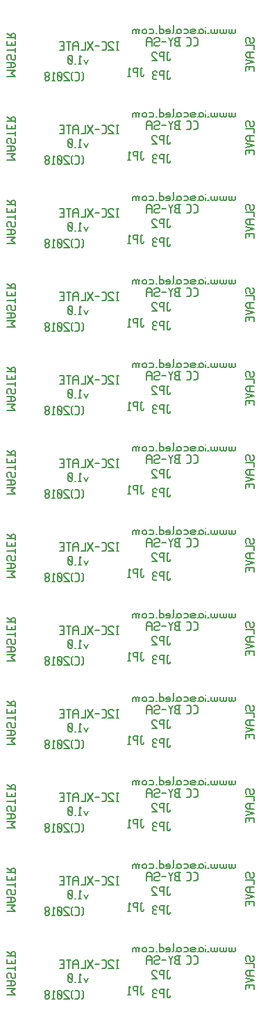
<source format=gbr>
G04 start of page 10 for group -4078 idx -4078 *
G04 Title: (unknown), bottomsilk *
G04 Creator: pcb 20140316 *
G04 CreationDate: Sun 30 Dec 2018 07:28:16 PM GMT UTC *
G04 For: railfan *
G04 Format: Gerber/RS-274X *
G04 PCB-Dimensions (mil): 1435.00 4900.00 *
G04 PCB-Coordinate-Origin: lower left *
%MOIN*%
%FSLAX25Y25*%
%LNBOTTOMSILK*%
%ADD42C,0.0080*%
G54D42*X64952Y311031D02*X65952D01*
X65452Y307031D02*Y311031D01*
X64952Y307031D02*X65952D01*
X63752Y310531D02*X63252Y311031D01*
X61752D02*X63252D01*
X61752D02*X61252Y310531D01*
Y309531D02*Y310531D01*
X63752Y307031D02*X61252Y309531D01*
Y307031D02*X63752D01*
X58052D02*X59352D01*
X60052Y307731D02*X59352Y307031D01*
X60052Y307731D02*Y310331D01*
X59352Y311031D01*
X58052D02*X59352D01*
X54852Y309031D02*X56852D01*
X53652Y307031D02*X51152Y311031D01*
X53652D02*X51152Y307031D01*
X49952D02*Y311031D01*
X47952Y307031D02*X49952D01*
X46752D02*Y310031D01*
X46052Y311031D01*
X44952D02*X46052D01*
X44952D02*X44252Y310031D01*
Y307031D02*Y310031D01*
Y309031D02*X46752D01*
X41052Y311031D02*X43052D01*
X42052Y307031D02*Y311031D01*
X38352Y309231D02*X39852D01*
X37852Y307031D02*X39852D01*
Y311031D01*
X37852D02*X39852D01*
X64952Y271031D02*X65952D01*
X65452Y267031D02*Y271031D01*
X64952Y267031D02*X65952D01*
X63752Y270531D02*X63252Y271031D01*
X61752D02*X63252D01*
X61752D02*X61252Y270531D01*
Y269531D02*Y270531D01*
X63752Y267031D02*X61252Y269531D01*
Y267031D02*X63752D01*
X58052D02*X59352D01*
X60052Y267731D02*X59352Y267031D01*
X60052Y267731D02*Y270331D01*
X59352Y271031D01*
X58052D02*X59352D01*
X54852Y269031D02*X56852D01*
X53652Y267031D02*X51152Y271031D01*
X53652D02*X51152Y267031D01*
X49952D02*Y271031D01*
X47952Y267031D02*X49952D01*
X46752D02*Y270031D01*
X46052Y271031D01*
X44952D02*X46052D01*
X44952D02*X44252Y270031D01*
Y267031D02*Y270031D01*
Y269031D02*X46752D01*
X41052Y271031D02*X43052D01*
X42052Y267031D02*Y271031D01*
X38352Y269231D02*X39852D01*
X37852Y267031D02*X39852D01*
Y271031D01*
X37852D02*X39852D01*
X51452Y302531D02*X50452Y300531D01*
X49452Y302531D02*X50452Y300531D01*
X48252Y303731D02*X47452Y304531D01*
Y300531D02*Y304531D01*
X46752Y300531D02*X48252D01*
X45052D02*X45552D01*
X43852Y301031D02*X43352Y300531D01*
X43852Y301031D02*Y304031D01*
X43352Y304531D01*
X42352D02*X43352D01*
X42352D02*X41852Y304031D01*
Y301031D02*Y304031D01*
X42352Y300531D02*X41852Y301031D01*
X42352Y300531D02*X43352D01*
X43852Y301531D02*X41852Y303531D01*
X48952Y293031D02*X48452Y292531D01*
X48952Y296031D02*X48452Y296531D01*
X48952Y293031D02*Y296031D01*
X45252Y292531D02*X46552D01*
X47252Y293231D02*X46552Y292531D01*
X47252Y293231D02*Y295831D01*
X46552Y296531D01*
X45252D02*X46552D01*
X44052D02*X43552Y296031D01*
Y293031D02*Y296031D01*
X44052Y292531D02*X43552Y293031D01*
X42352Y296031D02*X41852Y296531D01*
X40352D02*X41852D01*
X40352D02*X39852Y296031D01*
Y295031D02*Y296031D01*
X42352Y292531D02*X39852Y295031D01*
Y292531D02*X42352D01*
X38652Y293031D02*X38152Y292531D01*
X38652Y293031D02*Y296031D01*
X38152Y296531D01*
X37152D02*X38152D01*
X37152D02*X36652Y296031D01*
Y293031D02*Y296031D01*
X37152Y292531D02*X36652Y293031D01*
X37152Y292531D02*X38152D01*
X38652Y293531D02*X36652Y295531D01*
X35452Y295731D02*X34652Y296531D01*
Y292531D02*Y296531D01*
X33952Y292531D02*X35452D01*
X32752Y293031D02*X32252Y292531D01*
X32752Y293031D02*Y293831D01*
X32052Y294531D01*
X31452D02*X32052D01*
X31452D02*X30752Y293831D01*
Y293031D02*Y293831D01*
X31252Y292531D02*X30752Y293031D01*
X31252Y292531D02*X32252D01*
X32752Y295231D02*X32052Y294531D01*
X32752Y295231D02*Y296031D01*
X32252Y296531D01*
X31252D02*X32252D01*
X31252D02*X30752Y296031D01*
Y295231D02*Y296031D01*
X31452Y294531D02*X30752Y295231D01*
X12500Y294500D02*X16500D01*
X14500Y296000D01*
X16500Y297500D01*
X12500D02*X16500D01*
X12500Y298700D02*X15500D01*
X16500Y299400D01*
Y300500D01*
X15500Y301200D01*
X12500D02*X15500D01*
X14500Y298700D02*Y301200D01*
X16500Y304400D02*X16000Y304900D01*
X16500Y302900D02*Y304400D01*
X16000Y302400D02*X16500Y302900D01*
X15000Y302400D02*X16000D01*
X15000D02*X14500Y302900D01*
Y304400D01*
X14000Y304900D01*
X13000D02*X14000D01*
X12500Y304400D02*X13000Y304900D01*
X12500Y302900D02*Y304400D01*
X13000Y302400D02*X12500Y302900D01*
X16500Y306100D02*Y308100D01*
X12500Y307100D02*X16500D01*
X14700Y309300D02*Y310800D01*
X12500Y309300D02*Y311300D01*
Y309300D02*X16500D01*
Y311300D01*
Y312500D02*Y314500D01*
X16000Y315000D01*
X15000D02*X16000D01*
X14500Y314500D02*X15000Y315000D01*
X14500Y313000D02*Y314500D01*
X12500Y313000D02*X16500D01*
X14500Y313800D02*X12500Y315000D01*
X51452Y262531D02*X50452Y260531D01*
X49452Y262531D02*X50452Y260531D01*
X48252Y263731D02*X47452Y264531D01*
Y260531D02*Y264531D01*
X46752Y260531D02*X48252D01*
X45052D02*X45552D01*
X43852Y261031D02*X43352Y260531D01*
X43852Y261031D02*Y264031D01*
X43352Y264531D01*
X42352D02*X43352D01*
X42352D02*X41852Y264031D01*
Y261031D02*Y264031D01*
X42352Y260531D02*X41852Y261031D01*
X42352Y260531D02*X43352D01*
X43852Y261531D02*X41852Y263531D01*
X48952Y253031D02*X48452Y252531D01*
X48952Y256031D02*X48452Y256531D01*
X48952Y253031D02*Y256031D01*
X45252Y252531D02*X46552D01*
X47252Y253231D02*X46552Y252531D01*
X47252Y253231D02*Y255831D01*
X46552Y256531D01*
X45252D02*X46552D01*
X44052D02*X43552Y256031D01*
Y253031D02*Y256031D01*
X44052Y252531D02*X43552Y253031D01*
X42352Y256031D02*X41852Y256531D01*
X40352D02*X41852D01*
X40352D02*X39852Y256031D01*
Y255031D02*Y256031D01*
X42352Y252531D02*X39852Y255031D01*
Y252531D02*X42352D01*
X38652Y253031D02*X38152Y252531D01*
X38652Y253031D02*Y256031D01*
X38152Y256531D01*
X37152D02*X38152D01*
X37152D02*X36652Y256031D01*
Y253031D02*Y256031D01*
X37152Y252531D02*X36652Y253031D01*
X37152Y252531D02*X38152D01*
X38652Y253531D02*X36652Y255531D01*
X35452Y255731D02*X34652Y256531D01*
Y252531D02*Y256531D01*
X33952Y252531D02*X35452D01*
X32752Y253031D02*X32252Y252531D01*
X32752Y253031D02*Y253831D01*
X32052Y254531D01*
X31452D02*X32052D01*
X31452D02*X30752Y253831D01*
Y253031D02*Y253831D01*
X31252Y252531D02*X30752Y253031D01*
X31252Y252531D02*X32252D01*
X32752Y255231D02*X32052Y254531D01*
X32752Y255231D02*Y256031D01*
X32252Y256531D01*
X31252D02*X32252D01*
X31252D02*X30752Y256031D01*
Y255231D02*Y256031D01*
X31452Y254531D02*X30752Y255231D01*
X12500Y254500D02*X16500D01*
X14500Y256000D01*
X16500Y257500D01*
X12500D02*X16500D01*
X12500Y258700D02*X15500D01*
X16500Y259400D01*
Y260500D01*
X15500Y261200D01*
X12500D02*X15500D01*
X14500Y258700D02*Y261200D01*
X16500Y264400D02*X16000Y264900D01*
X16500Y262900D02*Y264400D01*
X16000Y262400D02*X16500Y262900D01*
X15000Y262400D02*X16000D01*
X15000D02*X14500Y262900D01*
Y264400D01*
X14000Y264900D01*
X13000D02*X14000D01*
X12500Y264400D02*X13000Y264900D01*
X12500Y262900D02*Y264400D01*
X13000Y262400D02*X12500Y262900D01*
X16500Y266100D02*Y268100D01*
X12500Y267100D02*X16500D01*
X14700Y269300D02*Y270800D01*
X12500Y269300D02*Y271300D01*
Y269300D02*X16500D01*
Y271300D01*
Y272500D02*Y274500D01*
X16000Y275000D01*
X15000D02*X16000D01*
X14500Y274500D02*X15000Y275000D01*
X14500Y273000D02*Y274500D01*
X12500Y273000D02*X16500D01*
X14500Y273800D02*X12500Y275000D01*
X64952Y231031D02*X65952D01*
X65452Y227031D02*Y231031D01*
X64952Y227031D02*X65952D01*
X63752Y230531D02*X63252Y231031D01*
X61752D02*X63252D01*
X61752D02*X61252Y230531D01*
Y229531D02*Y230531D01*
X63752Y227031D02*X61252Y229531D01*
Y227031D02*X63752D01*
X58052D02*X59352D01*
X60052Y227731D02*X59352Y227031D01*
X60052Y227731D02*Y230331D01*
X59352Y231031D01*
X58052D02*X59352D01*
X54852Y229031D02*X56852D01*
X53652Y227031D02*X51152Y231031D01*
X53652D02*X51152Y227031D01*
X49952D02*Y231031D01*
X47952Y227031D02*X49952D01*
X46752D02*Y230031D01*
X46052Y231031D01*
X44952D02*X46052D01*
X44952D02*X44252Y230031D01*
Y227031D02*Y230031D01*
Y229031D02*X46752D01*
X41052Y231031D02*X43052D01*
X42052Y227031D02*Y231031D01*
X38352Y229231D02*X39852D01*
X37852Y227031D02*X39852D01*
Y231031D01*
X37852D02*X39852D01*
X51452Y222531D02*X50452Y220531D01*
X49452Y222531D02*X50452Y220531D01*
X48252Y223731D02*X47452Y224531D01*
Y220531D02*Y224531D01*
X46752Y220531D02*X48252D01*
X45052D02*X45552D01*
X43852Y221031D02*X43352Y220531D01*
X43852Y221031D02*Y224031D01*
X43352Y224531D01*
X42352D02*X43352D01*
X42352D02*X41852Y224031D01*
Y221031D02*Y224031D01*
X42352Y220531D02*X41852Y221031D01*
X42352Y220531D02*X43352D01*
X43852Y221531D02*X41852Y223531D01*
X127000Y311000D02*X127500Y310500D01*
X127000Y311000D02*Y312500D01*
X127500Y313000D02*X127000Y312500D01*
X127500Y313000D02*X128500D01*
X129000Y312500D01*
Y311000D02*Y312500D01*
Y311000D02*X129500Y310500D01*
X130500D01*
X131000Y311000D02*X130500Y310500D01*
X131000Y311000D02*Y312500D01*
X130500Y313000D02*X131000Y312500D01*
X127000Y309300D02*X131000D01*
Y307300D02*Y309300D01*
X128000Y306100D02*X131000D01*
X128000D02*X127000Y305400D01*
Y304300D02*Y305400D01*
Y304300D02*X128000Y303600D01*
X131000D01*
X129000D02*Y306100D01*
X127000Y302400D02*X131000Y301400D01*
X127000Y300400D01*
X128800Y297700D02*Y299200D01*
X131000Y297200D02*Y299200D01*
X127000D02*X131000D01*
X127000Y297200D02*Y299200D01*
Y271000D02*X127500Y270500D01*
X127000Y271000D02*Y272500D01*
X127500Y273000D02*X127000Y272500D01*
X127500Y273000D02*X128500D01*
X129000Y272500D01*
Y271000D02*Y272500D01*
Y271000D02*X129500Y270500D01*
X130500D01*
X131000Y271000D02*X130500Y270500D01*
X131000Y271000D02*Y272500D01*
X130500Y273000D02*X131000Y272500D01*
X127000Y269300D02*X131000D01*
Y267300D02*Y269300D01*
X128000Y266100D02*X131000D01*
X128000D02*X127000Y265400D01*
Y264300D02*Y265400D01*
Y264300D02*X128000Y263600D01*
X131000D01*
X129000D02*Y266100D01*
X127000Y262400D02*X131000Y261400D01*
X127000Y260400D01*
X128800Y257700D02*Y259200D01*
X131000Y257200D02*Y259200D01*
X127000D02*X131000D01*
X127000Y257200D02*Y259200D01*
Y231000D02*X127500Y230500D01*
X127000Y231000D02*Y232500D01*
X127500Y233000D02*X127000Y232500D01*
X127500Y233000D02*X128500D01*
X129000Y232500D01*
Y231000D02*Y232500D01*
Y231000D02*X129500Y230500D01*
X130500D01*
X131000Y231000D02*X130500Y230500D01*
X131000Y231000D02*Y232500D01*
X130500Y233000D02*X131000Y232500D01*
X127000Y229300D02*X131000D01*
Y227300D02*Y229300D01*
X128000Y226100D02*X131000D01*
X128000D02*X127000Y225400D01*
Y224300D02*Y225400D01*
Y224300D02*X128000Y223600D01*
X131000D01*
X129000D02*Y226100D01*
X127000Y222400D02*X131000Y221400D01*
X127000Y220400D01*
X128800Y217700D02*Y219200D01*
X131000Y217200D02*Y219200D01*
X127000D02*X131000D01*
X127000Y217200D02*Y219200D01*
Y191000D02*X127500Y190500D01*
X127000Y191000D02*Y192500D01*
X127500Y193000D02*X127000Y192500D01*
X127500Y193000D02*X128500D01*
X129000Y192500D01*
Y191000D02*Y192500D01*
Y191000D02*X129500Y190500D01*
X130500D01*
X131000Y191000D02*X130500Y190500D01*
X131000Y191000D02*Y192500D01*
X130500Y193000D02*X131000Y192500D01*
X127000Y189300D02*X131000D01*
Y187300D02*Y189300D01*
X128000Y186100D02*X131000D01*
X128000D02*X127000Y185400D01*
Y184300D02*Y185400D01*
Y184300D02*X128000Y183600D01*
X131000D01*
X129000D02*Y186100D01*
X127000Y182400D02*X131000Y181400D01*
X127000Y180400D01*
X128800Y177700D02*Y179200D01*
X131000Y177200D02*Y179200D01*
X127000D02*X131000D01*
X127000Y177200D02*Y179200D01*
X121996Y315594D02*Y317094D01*
Y315594D02*X121496Y315094D01*
X120996D02*X121496D01*
X120996D02*X120496Y315594D01*
Y317094D01*
Y315594D02*X119996Y315094D01*
X119496D02*X119996D01*
X119496D02*X118996Y315594D01*
Y317094D01*
X117796Y315594D02*Y317094D01*
Y315594D02*X117296Y315094D01*
X116796D02*X117296D01*
X116796D02*X116296Y315594D01*
Y317094D01*
Y315594D02*X115796Y315094D01*
X115296D02*X115796D01*
X115296D02*X114796Y315594D01*
Y317094D01*
X113596Y315594D02*Y317094D01*
Y315594D02*X113096Y315094D01*
X112596D02*X113096D01*
X112596D02*X112096Y315594D01*
Y317094D01*
Y315594D02*X111596Y315094D01*
X111096D02*X111596D01*
X111096D02*X110596Y315594D01*
Y317094D01*
X108896Y315094D02*X109396D01*
X107696Y317994D02*Y318094D01*
Y315094D02*Y316594D01*
X105196Y317094D02*X104696Y316594D01*
X105196Y317094D02*X106196D01*
X106696Y316594D02*X106196Y317094D01*
X106696Y315594D02*Y316594D01*
Y315594D02*X106196Y315094D01*
X104696Y315594D02*Y317094D01*
Y315594D02*X104196Y315094D01*
X105196D02*X106196D01*
X105196D02*X104696Y315594D01*
X100996Y315094D02*X102496D01*
X100996D02*X100496Y315594D01*
X100996Y316094D02*X100496Y315594D01*
X100996Y316094D02*X102496D01*
X102996Y316594D02*X102496Y316094D01*
X102996Y316594D02*X102496Y317094D01*
X100996D02*X102496D01*
X100996D02*X100496Y316594D01*
X102996Y315594D02*X102496Y315094D01*
X97296Y317094D02*X98796D01*
X99296Y316594D02*X98796Y317094D01*
X99296Y315594D02*Y316594D01*
Y315594D02*X98796Y315094D01*
X97296D02*X98796D01*
X94596Y317094D02*X94096Y316594D01*
X94596Y317094D02*X95596D01*
X96096Y316594D02*X95596Y317094D01*
X96096Y315594D02*Y316594D01*
Y315594D02*X95596Y315094D01*
X94096Y315594D02*Y317094D01*
Y315594D02*X93596Y315094D01*
X94596D02*X95596D01*
X94596D02*X94096Y315594D01*
X92396D02*Y319094D01*
Y315594D02*X91896Y315094D01*
X88896D02*X90396D01*
X90896Y315594D02*X90396Y315094D01*
X90896Y315594D02*Y316594D01*
X90396Y317094D01*
X89396D02*X90396D01*
X89396D02*X88896Y316594D01*
Y316094D02*X90896D01*
X88896D02*Y316594D01*
X85696Y315094D02*Y319094D01*
X86196Y315094D02*X85696Y315594D01*
X86196Y315094D02*X87196D01*
X87696Y315594D02*X87196Y315094D01*
X87696Y315594D02*Y316594D01*
X87196Y317094D01*
X86196D02*X87196D01*
X86196D02*X85696Y316594D01*
X83996Y315094D02*X84496D01*
X80796Y317094D02*X82296D01*
X82796Y316594D02*X82296Y317094D01*
X82796Y315594D02*Y316594D01*
Y315594D02*X82296Y315094D01*
X80796D02*X82296D01*
X79596Y315594D02*Y316594D01*
X79096Y317094D01*
X78096D02*X79096D01*
X78096D02*X77596Y316594D01*
Y315594D02*Y316594D01*
X78096Y315094D02*X77596Y315594D01*
X78096Y315094D02*X79096D01*
X79596Y315594D02*X79096Y315094D01*
X75896D02*Y316594D01*
X75396Y317094D01*
X74896D02*X75396D01*
X74896D02*X74396Y316594D01*
Y315094D02*Y316594D01*
X73896Y317094D01*
X73396D02*X73896D01*
X73396D02*X72896Y316594D01*
Y315094D02*Y316594D01*
X76396Y317094D02*X75896Y316594D01*
X101952Y309031D02*X103252D01*
X103952Y309731D02*X103252Y309031D01*
X103952Y309731D02*Y312331D01*
X103252Y313031D01*
X101952D02*X103252D01*
X98752Y309031D02*X100052D01*
X100752Y309731D02*X100052Y309031D01*
X100752Y309731D02*Y312331D01*
X100052Y313031D01*
X98752D02*X100052D01*
X93752Y309031D02*X95752D01*
X93752D02*X93252Y309531D01*
Y310731D01*
X93752Y311231D02*X93252Y310731D01*
X93752Y311231D02*X95252D01*
Y309031D02*Y313031D01*
X93752D02*X95752D01*
X93752D02*X93252Y312531D01*
Y311731D02*Y312531D01*
X93752Y311231D02*X93252Y311731D01*
X92052Y313031D02*X91052Y311031D01*
X90052Y313031D01*
X91052Y309031D02*Y311031D01*
X86852D02*X88852D01*
X83652Y313031D02*X83152Y312531D01*
X83652Y313031D02*X85152D01*
X85652Y312531D02*X85152Y313031D01*
X85652Y311531D02*Y312531D01*
Y311531D02*X85152Y311031D01*
X83652D02*X85152D01*
X83652D02*X83152Y310531D01*
Y309531D02*Y310531D01*
X83652Y309031D02*X83152Y309531D01*
X83652Y309031D02*X85152D01*
X85652Y309531D02*X85152Y309031D01*
X81952D02*Y312031D01*
X81252Y313031D01*
X80152D02*X81252D01*
X80152D02*X79452Y312031D01*
Y309031D02*Y312031D01*
Y311031D02*X81952D01*
X121996Y275594D02*Y277094D01*
Y275594D02*X121496Y275094D01*
X120996D02*X121496D01*
X120996D02*X120496Y275594D01*
Y277094D01*
Y275594D02*X119996Y275094D01*
X119496D02*X119996D01*
X119496D02*X118996Y275594D01*
Y277094D01*
X117796Y275594D02*Y277094D01*
Y275594D02*X117296Y275094D01*
X116796D02*X117296D01*
X116796D02*X116296Y275594D01*
Y277094D01*
Y275594D02*X115796Y275094D01*
X115296D02*X115796D01*
X115296D02*X114796Y275594D01*
Y277094D01*
X113596Y275594D02*Y277094D01*
Y275594D02*X113096Y275094D01*
X112596D02*X113096D01*
X112596D02*X112096Y275594D01*
Y277094D01*
Y275594D02*X111596Y275094D01*
X111096D02*X111596D01*
X111096D02*X110596Y275594D01*
Y277094D01*
X108896Y275094D02*X109396D01*
X107696Y277994D02*Y278094D01*
Y275094D02*Y276594D01*
X105196Y277094D02*X104696Y276594D01*
X105196Y277094D02*X106196D01*
X106696Y276594D02*X106196Y277094D01*
X106696Y275594D02*Y276594D01*
Y275594D02*X106196Y275094D01*
X104696Y275594D02*Y277094D01*
Y275594D02*X104196Y275094D01*
X105196D02*X106196D01*
X105196D02*X104696Y275594D01*
X100996Y275094D02*X102496D01*
X100996D02*X100496Y275594D01*
X100996Y276094D02*X100496Y275594D01*
X100996Y276094D02*X102496D01*
X102996Y276594D02*X102496Y276094D01*
X102996Y276594D02*X102496Y277094D01*
X100996D02*X102496D01*
X100996D02*X100496Y276594D01*
X102996Y275594D02*X102496Y275094D01*
X97296Y277094D02*X98796D01*
X99296Y276594D02*X98796Y277094D01*
X99296Y275594D02*Y276594D01*
Y275594D02*X98796Y275094D01*
X97296D02*X98796D01*
X94596Y277094D02*X94096Y276594D01*
X94596Y277094D02*X95596D01*
X96096Y276594D02*X95596Y277094D01*
X96096Y275594D02*Y276594D01*
Y275594D02*X95596Y275094D01*
X94096Y275594D02*Y277094D01*
Y275594D02*X93596Y275094D01*
X94596D02*X95596D01*
X94596D02*X94096Y275594D01*
X92396D02*Y279094D01*
Y275594D02*X91896Y275094D01*
X88896D02*X90396D01*
X90896Y275594D02*X90396Y275094D01*
X90896Y275594D02*Y276594D01*
X90396Y277094D01*
X89396D02*X90396D01*
X89396D02*X88896Y276594D01*
Y276094D02*X90896D01*
X88896D02*Y276594D01*
X85696Y275094D02*Y279094D01*
X86196Y275094D02*X85696Y275594D01*
X86196Y275094D02*X87196D01*
X87696Y275594D02*X87196Y275094D01*
X87696Y275594D02*Y276594D01*
X87196Y277094D01*
X86196D02*X87196D01*
X86196D02*X85696Y276594D01*
X83996Y275094D02*X84496D01*
X80796Y277094D02*X82296D01*
X82796Y276594D02*X82296Y277094D01*
X82796Y275594D02*Y276594D01*
Y275594D02*X82296Y275094D01*
X80796D02*X82296D01*
X79596Y275594D02*Y276594D01*
X79096Y277094D01*
X78096D02*X79096D01*
X78096D02*X77596Y276594D01*
Y275594D02*Y276594D01*
X78096Y275094D02*X77596Y275594D01*
X78096Y275094D02*X79096D01*
X79596Y275594D02*X79096Y275094D01*
X75896D02*Y276594D01*
X75396Y277094D01*
X74896D02*X75396D01*
X74896D02*X74396Y276594D01*
Y275094D02*Y276594D01*
X73896Y277094D01*
X73396D02*X73896D01*
X73396D02*X72896Y276594D01*
Y275094D02*Y276594D01*
X76396Y277094D02*X75896Y276594D01*
X101952Y269031D02*X103252D01*
X103952Y269731D02*X103252Y269031D01*
X103952Y269731D02*Y272331D01*
X103252Y273031D01*
X101952D02*X103252D01*
X98752Y269031D02*X100052D01*
X100752Y269731D02*X100052Y269031D01*
X100752Y269731D02*Y272331D01*
X100052Y273031D01*
X98752D02*X100052D01*
X93752Y269031D02*X95752D01*
X93752D02*X93252Y269531D01*
Y270731D01*
X93752Y271231D02*X93252Y270731D01*
X93752Y271231D02*X95252D01*
Y269031D02*Y273031D01*
X93752D02*X95752D01*
X93752D02*X93252Y272531D01*
Y271731D02*Y272531D01*
X93752Y271231D02*X93252Y271731D01*
X92052Y273031D02*X91052Y271031D01*
X90052Y273031D01*
X91052Y269031D02*Y271031D01*
X86852D02*X88852D01*
X83652Y273031D02*X83152Y272531D01*
X83652Y273031D02*X85152D01*
X85652Y272531D02*X85152Y273031D01*
X85652Y271531D02*Y272531D01*
Y271531D02*X85152Y271031D01*
X83652D02*X85152D01*
X83652D02*X83152Y270531D01*
Y269531D02*Y270531D01*
X83652Y269031D02*X83152Y269531D01*
X83652Y269031D02*X85152D01*
X85652Y269531D02*X85152Y269031D01*
X81952D02*Y272031D01*
X81252Y273031D01*
X80152D02*X81252D01*
X80152D02*X79452Y272031D01*
Y269031D02*Y272031D01*
Y271031D02*X81952D01*
X121996Y235594D02*Y237094D01*
Y235594D02*X121496Y235094D01*
X120996D02*X121496D01*
X120996D02*X120496Y235594D01*
Y237094D01*
Y235594D02*X119996Y235094D01*
X119496D02*X119996D01*
X119496D02*X118996Y235594D01*
Y237094D01*
X117796Y235594D02*Y237094D01*
Y235594D02*X117296Y235094D01*
X116796D02*X117296D01*
X116796D02*X116296Y235594D01*
Y237094D01*
Y235594D02*X115796Y235094D01*
X115296D02*X115796D01*
X115296D02*X114796Y235594D01*
Y237094D01*
X113596Y235594D02*Y237094D01*
Y235594D02*X113096Y235094D01*
X112596D02*X113096D01*
X112596D02*X112096Y235594D01*
Y237094D01*
Y235594D02*X111596Y235094D01*
X111096D02*X111596D01*
X111096D02*X110596Y235594D01*
Y237094D01*
X108896Y235094D02*X109396D01*
X107696Y237994D02*Y238094D01*
Y235094D02*Y236594D01*
X105196Y237094D02*X104696Y236594D01*
X105196Y237094D02*X106196D01*
X106696Y236594D02*X106196Y237094D01*
X106696Y235594D02*Y236594D01*
Y235594D02*X106196Y235094D01*
X104696Y235594D02*Y237094D01*
Y235594D02*X104196Y235094D01*
X105196D02*X106196D01*
X105196D02*X104696Y235594D01*
X100996Y235094D02*X102496D01*
X100996D02*X100496Y235594D01*
X100996Y236094D02*X100496Y235594D01*
X100996Y236094D02*X102496D01*
X102996Y236594D02*X102496Y236094D01*
X102996Y236594D02*X102496Y237094D01*
X100996D02*X102496D01*
X100996D02*X100496Y236594D01*
X102996Y235594D02*X102496Y235094D01*
X97296Y237094D02*X98796D01*
X99296Y236594D02*X98796Y237094D01*
X99296Y235594D02*Y236594D01*
Y235594D02*X98796Y235094D01*
X97296D02*X98796D01*
X94596Y237094D02*X94096Y236594D01*
X94596Y237094D02*X95596D01*
X96096Y236594D02*X95596Y237094D01*
X96096Y235594D02*Y236594D01*
Y235594D02*X95596Y235094D01*
X94096Y235594D02*Y237094D01*
Y235594D02*X93596Y235094D01*
X94596D02*X95596D01*
X94596D02*X94096Y235594D01*
X92396D02*Y239094D01*
Y235594D02*X91896Y235094D01*
X88896D02*X90396D01*
X90896Y235594D02*X90396Y235094D01*
X90896Y235594D02*Y236594D01*
X90396Y237094D01*
X89396D02*X90396D01*
X89396D02*X88896Y236594D01*
Y236094D02*X90896D01*
X88896D02*Y236594D01*
X85696Y235094D02*Y239094D01*
X86196Y235094D02*X85696Y235594D01*
X86196Y235094D02*X87196D01*
X87696Y235594D02*X87196Y235094D01*
X87696Y235594D02*Y236594D01*
X87196Y237094D01*
X86196D02*X87196D01*
X86196D02*X85696Y236594D01*
X83996Y235094D02*X84496D01*
X80796Y237094D02*X82296D01*
X82796Y236594D02*X82296Y237094D01*
X82796Y235594D02*Y236594D01*
Y235594D02*X82296Y235094D01*
X80796D02*X82296D01*
X79596Y235594D02*Y236594D01*
X79096Y237094D01*
X78096D02*X79096D01*
X78096D02*X77596Y236594D01*
Y235594D02*Y236594D01*
X78096Y235094D02*X77596Y235594D01*
X78096Y235094D02*X79096D01*
X79596Y235594D02*X79096Y235094D01*
X75896D02*Y236594D01*
X75396Y237094D01*
X74896D02*X75396D01*
X74896D02*X74396Y236594D01*
Y235094D02*Y236594D01*
X73896Y237094D01*
X73396D02*X73896D01*
X73396D02*X72896Y236594D01*
Y235094D02*Y236594D01*
X76396Y237094D02*X75896Y236594D01*
X101952Y229031D02*X103252D01*
X103952Y229731D02*X103252Y229031D01*
X103952Y229731D02*Y232331D01*
X103252Y233031D01*
X101952D02*X103252D01*
X98752Y229031D02*X100052D01*
X100752Y229731D02*X100052Y229031D01*
X100752Y229731D02*Y232331D01*
X100052Y233031D01*
X98752D02*X100052D01*
X93752Y229031D02*X95752D01*
X93752D02*X93252Y229531D01*
Y230731D01*
X93752Y231231D02*X93252Y230731D01*
X93752Y231231D02*X95252D01*
Y229031D02*Y233031D01*
X93752D02*X95752D01*
X93752D02*X93252Y232531D01*
Y231731D02*Y232531D01*
X93752Y231231D02*X93252Y231731D01*
X92052Y233031D02*X91052Y231031D01*
X90052Y233031D01*
X91052Y229031D02*Y231031D01*
X86852D02*X88852D01*
X83652Y233031D02*X83152Y232531D01*
X83652Y233031D02*X85152D01*
X85652Y232531D02*X85152Y233031D01*
X85652Y231531D02*Y232531D01*
Y231531D02*X85152Y231031D01*
X83652D02*X85152D01*
X83652D02*X83152Y230531D01*
Y229531D02*Y230531D01*
X83652Y229031D02*X83152Y229531D01*
X83652Y229031D02*X85152D01*
X85652Y229531D02*X85152Y229031D01*
X81952D02*Y232031D01*
X81252Y233031D01*
X80152D02*X81252D01*
X80152D02*X79452Y232031D01*
Y229031D02*Y232031D01*
Y231031D02*X81952D01*
X121996Y195594D02*Y197094D01*
Y195594D02*X121496Y195094D01*
X120996D02*X121496D01*
X120996D02*X120496Y195594D01*
Y197094D01*
Y195594D02*X119996Y195094D01*
X119496D02*X119996D01*
X119496D02*X118996Y195594D01*
Y197094D01*
X117796Y195594D02*Y197094D01*
Y195594D02*X117296Y195094D01*
X116796D02*X117296D01*
X116796D02*X116296Y195594D01*
Y197094D01*
Y195594D02*X115796Y195094D01*
X115296D02*X115796D01*
X115296D02*X114796Y195594D01*
Y197094D01*
X113596Y195594D02*Y197094D01*
Y195594D02*X113096Y195094D01*
X112596D02*X113096D01*
X112596D02*X112096Y195594D01*
Y197094D01*
Y195594D02*X111596Y195094D01*
X111096D02*X111596D01*
X111096D02*X110596Y195594D01*
Y197094D01*
X108896Y195094D02*X109396D01*
X107696Y197994D02*Y198094D01*
Y195094D02*Y196594D01*
X105196Y197094D02*X104696Y196594D01*
X105196Y197094D02*X106196D01*
X106696Y196594D02*X106196Y197094D01*
X106696Y195594D02*Y196594D01*
Y195594D02*X106196Y195094D01*
X104696Y195594D02*Y197094D01*
Y195594D02*X104196Y195094D01*
X105196D02*X106196D01*
X105196D02*X104696Y195594D01*
X100996Y195094D02*X102496D01*
X100996D02*X100496Y195594D01*
X100996Y196094D02*X100496Y195594D01*
X100996Y196094D02*X102496D01*
X102996Y196594D02*X102496Y196094D01*
X102996Y196594D02*X102496Y197094D01*
X100996D02*X102496D01*
X100996D02*X100496Y196594D01*
X102996Y195594D02*X102496Y195094D01*
X97296Y197094D02*X98796D01*
X99296Y196594D02*X98796Y197094D01*
X99296Y195594D02*Y196594D01*
Y195594D02*X98796Y195094D01*
X97296D02*X98796D01*
X94596Y197094D02*X94096Y196594D01*
X94596Y197094D02*X95596D01*
X96096Y196594D02*X95596Y197094D01*
X96096Y195594D02*Y196594D01*
Y195594D02*X95596Y195094D01*
X94096Y195594D02*Y197094D01*
Y195594D02*X93596Y195094D01*
X94596D02*X95596D01*
X94596D02*X94096Y195594D01*
X92396D02*Y199094D01*
Y195594D02*X91896Y195094D01*
X88896D02*X90396D01*
X90896Y195594D02*X90396Y195094D01*
X90896Y195594D02*Y196594D01*
X90396Y197094D01*
X89396D02*X90396D01*
X89396D02*X88896Y196594D01*
Y196094D02*X90896D01*
X88896D02*Y196594D01*
X85696Y195094D02*Y199094D01*
X86196Y195094D02*X85696Y195594D01*
X86196Y195094D02*X87196D01*
X87696Y195594D02*X87196Y195094D01*
X87696Y195594D02*Y196594D01*
X87196Y197094D01*
X86196D02*X87196D01*
X86196D02*X85696Y196594D01*
X83996Y195094D02*X84496D01*
X80796Y197094D02*X82296D01*
X82796Y196594D02*X82296Y197094D01*
X82796Y195594D02*Y196594D01*
Y195594D02*X82296Y195094D01*
X80796D02*X82296D01*
X79596Y195594D02*Y196594D01*
X79096Y197094D01*
X78096D02*X79096D01*
X78096D02*X77596Y196594D01*
Y195594D02*Y196594D01*
X78096Y195094D02*X77596Y195594D01*
X78096Y195094D02*X79096D01*
X79596Y195594D02*X79096Y195094D01*
X75896D02*Y196594D01*
X75396Y197094D01*
X74896D02*X75396D01*
X74896D02*X74396Y196594D01*
Y195094D02*Y196594D01*
X73896Y197094D01*
X73396D02*X73896D01*
X73396D02*X72896Y196594D01*
Y195094D02*Y196594D01*
X76396Y197094D02*X75896Y196594D01*
X101952Y189031D02*X103252D01*
X103952Y189731D02*X103252Y189031D01*
X103952Y189731D02*Y192331D01*
X103252Y193031D01*
X101952D02*X103252D01*
X98752Y189031D02*X100052D01*
X100752Y189731D02*X100052Y189031D01*
X100752Y189731D02*Y192331D01*
X100052Y193031D01*
X98752D02*X100052D01*
X93752Y189031D02*X95752D01*
X93752D02*X93252Y189531D01*
Y190731D01*
X93752Y191231D02*X93252Y190731D01*
X93752Y191231D02*X95252D01*
Y189031D02*Y193031D01*
X93752D02*X95752D01*
X93752D02*X93252Y192531D01*
Y191731D02*Y192531D01*
X93752Y191231D02*X93252Y191731D01*
X92052Y193031D02*X91052Y191031D01*
X90052Y193031D01*
X91052Y189031D02*Y191031D01*
X86852D02*X88852D01*
X83652Y193031D02*X83152Y192531D01*
X83652Y193031D02*X85152D01*
X85652Y192531D02*X85152Y193031D01*
X85652Y191531D02*Y192531D01*
Y191531D02*X85152Y191031D01*
X83652D02*X85152D01*
X83652D02*X83152Y190531D01*
Y189531D02*Y190531D01*
X83652Y189031D02*X83152Y189531D01*
X83652Y189031D02*X85152D01*
X85652Y189531D02*X85152Y189031D01*
X81952D02*Y192031D01*
X81252Y193031D01*
X80152D02*X81252D01*
X80152D02*X79452Y192031D01*
Y189031D02*Y192031D01*
Y191031D02*X81952D01*
X48952Y213031D02*X48452Y212531D01*
X48952Y216031D02*X48452Y216531D01*
X48952Y213031D02*Y216031D01*
X45252Y212531D02*X46552D01*
X47252Y213231D02*X46552Y212531D01*
X47252Y213231D02*Y215831D01*
X46552Y216531D01*
X45252D02*X46552D01*
X44052D02*X43552Y216031D01*
Y213031D02*Y216031D01*
X44052Y212531D02*X43552Y213031D01*
X42352Y216031D02*X41852Y216531D01*
X40352D02*X41852D01*
X40352D02*X39852Y216031D01*
Y215031D02*Y216031D01*
X42352Y212531D02*X39852Y215031D01*
Y212531D02*X42352D01*
X38652Y213031D02*X38152Y212531D01*
X38652Y213031D02*Y216031D01*
X38152Y216531D01*
X37152D02*X38152D01*
X37152D02*X36652Y216031D01*
Y213031D02*Y216031D01*
X37152Y212531D02*X36652Y213031D01*
X37152Y212531D02*X38152D01*
X38652Y213531D02*X36652Y215531D01*
X35452Y215731D02*X34652Y216531D01*
Y212531D02*Y216531D01*
X33952Y212531D02*X35452D01*
X32752Y213031D02*X32252Y212531D01*
X32752Y213031D02*Y213831D01*
X32052Y214531D01*
X31452D02*X32052D01*
X31452D02*X30752Y213831D01*
Y213031D02*Y213831D01*
X31252Y212531D02*X30752Y213031D01*
X31252Y212531D02*X32252D01*
X32752Y215231D02*X32052Y214531D01*
X32752Y215231D02*Y216031D01*
X32252Y216531D01*
X31252D02*X32252D01*
X31252D02*X30752Y216031D01*
Y215231D02*Y216031D01*
X31452Y214531D02*X30752Y215231D01*
X12500Y214500D02*X16500D01*
X14500Y216000D01*
X16500Y217500D01*
X12500D02*X16500D01*
X12500Y218700D02*X15500D01*
X16500Y219400D01*
Y220500D01*
X15500Y221200D01*
X12500D02*X15500D01*
X14500Y218700D02*Y221200D01*
X16500Y224400D02*X16000Y224900D01*
X16500Y222900D02*Y224400D01*
X16000Y222400D02*X16500Y222900D01*
X15000Y222400D02*X16000D01*
X15000D02*X14500Y222900D01*
Y224400D01*
X14000Y224900D01*
X13000D02*X14000D01*
X12500Y224400D02*X13000Y224900D01*
X12500Y222900D02*Y224400D01*
X13000Y222400D02*X12500Y222900D01*
X16500Y226100D02*Y228100D01*
X12500Y227100D02*X16500D01*
X14700Y229300D02*Y230800D01*
X12500Y229300D02*Y231300D01*
Y229300D02*X16500D01*
Y231300D01*
Y232500D02*Y234500D01*
X16000Y235000D01*
X15000D02*X16000D01*
X14500Y234500D02*X15000Y235000D01*
X14500Y233000D02*Y234500D01*
X12500Y233000D02*X16500D01*
X14500Y233800D02*X12500Y235000D01*
Y174500D02*X16500D01*
X14500Y176000D01*
X16500Y177500D01*
X12500D02*X16500D01*
X12500Y178700D02*X15500D01*
X16500Y179400D01*
Y180500D01*
X15500Y181200D01*
X12500D02*X15500D01*
X14500Y178700D02*Y181200D01*
X16500Y184400D02*X16000Y184900D01*
X16500Y182900D02*Y184400D01*
X16000Y182400D02*X16500Y182900D01*
X15000Y182400D02*X16000D01*
X15000D02*X14500Y182900D01*
Y184400D01*
X14000Y184900D01*
X13000D02*X14000D01*
X12500Y184400D02*X13000Y184900D01*
X12500Y182900D02*Y184400D01*
X13000Y182400D02*X12500Y182900D01*
X16500Y186100D02*Y188100D01*
X12500Y187100D02*X16500D01*
X14700Y189300D02*Y190800D01*
X12500Y189300D02*Y191300D01*
Y189300D02*X16500D01*
Y191300D01*
Y192500D02*Y194500D01*
X16000Y195000D01*
X15000D02*X16000D01*
X14500Y194500D02*X15000Y195000D01*
X14500Y193000D02*Y194500D01*
X12500Y193000D02*X16500D01*
X14500Y193800D02*X12500Y195000D01*
Y134500D02*X16500D01*
X14500Y136000D01*
X16500Y137500D01*
X12500D02*X16500D01*
X12500Y138700D02*X15500D01*
X16500Y139400D01*
Y140500D01*
X15500Y141200D01*
X12500D02*X15500D01*
X14500Y138700D02*Y141200D01*
X16500Y144400D02*X16000Y144900D01*
X16500Y142900D02*Y144400D01*
X16000Y142400D02*X16500Y142900D01*
X15000Y142400D02*X16000D01*
X15000D02*X14500Y142900D01*
Y144400D01*
X14000Y144900D01*
X13000D02*X14000D01*
X12500Y144400D02*X13000Y144900D01*
X12500Y142900D02*Y144400D01*
X13000Y142400D02*X12500Y142900D01*
X16500Y146100D02*Y148100D01*
X12500Y147100D02*X16500D01*
X14700Y149300D02*Y150800D01*
X12500Y149300D02*Y151300D01*
Y149300D02*X16500D01*
Y151300D01*
Y152500D02*Y154500D01*
X16000Y155000D01*
X15000D02*X16000D01*
X14500Y154500D02*X15000Y155000D01*
X14500Y153000D02*Y154500D01*
X12500Y153000D02*X16500D01*
X14500Y153800D02*X12500Y155000D01*
Y94500D02*X16500D01*
X14500Y96000D01*
X16500Y97500D01*
X12500D02*X16500D01*
X12500Y98700D02*X15500D01*
X16500Y99400D01*
Y100500D01*
X15500Y101200D01*
X12500D02*X15500D01*
X14500Y98700D02*Y101200D01*
X16500Y104400D02*X16000Y104900D01*
X16500Y102900D02*Y104400D01*
X16000Y102400D02*X16500Y102900D01*
X15000Y102400D02*X16000D01*
X15000D02*X14500Y102900D01*
Y104400D01*
X14000Y104900D01*
X13000D02*X14000D01*
X12500Y104400D02*X13000Y104900D01*
X12500Y102900D02*Y104400D01*
X13000Y102400D02*X12500Y102900D01*
X16500Y106100D02*Y108100D01*
X12500Y107100D02*X16500D01*
X14700Y109300D02*Y110800D01*
X12500Y109300D02*Y111300D01*
Y109300D02*X16500D01*
Y111300D01*
Y112500D02*Y114500D01*
X16000Y115000D01*
X15000D02*X16000D01*
X14500Y114500D02*X15000Y115000D01*
X14500Y113000D02*Y114500D01*
X12500Y113000D02*X16500D01*
X14500Y113800D02*X12500Y115000D01*
Y54500D02*X16500D01*
X14500Y56000D01*
X16500Y57500D01*
X12500D02*X16500D01*
X12500Y58700D02*X15500D01*
X16500Y59400D01*
Y60500D01*
X15500Y61200D01*
X12500D02*X15500D01*
X14500Y58700D02*Y61200D01*
X16500Y64400D02*X16000Y64900D01*
X16500Y62900D02*Y64400D01*
X16000Y62400D02*X16500Y62900D01*
X15000Y62400D02*X16000D01*
X15000D02*X14500Y62900D01*
Y64400D01*
X14000Y64900D01*
X13000D02*X14000D01*
X12500Y64400D02*X13000Y64900D01*
X12500Y62900D02*Y64400D01*
X13000Y62400D02*X12500Y62900D01*
X16500Y66100D02*Y68100D01*
X12500Y67100D02*X16500D01*
X14700Y69300D02*Y70800D01*
X12500Y69300D02*Y71300D01*
Y69300D02*X16500D01*
Y71300D01*
Y72500D02*Y74500D01*
X16000Y75000D01*
X15000D02*X16000D01*
X14500Y74500D02*X15000Y75000D01*
X14500Y73000D02*Y74500D01*
X12500Y73000D02*X16500D01*
X14500Y73800D02*X12500Y75000D01*
X64952Y191031D02*X65952D01*
X65452Y187031D02*Y191031D01*
X64952Y187031D02*X65952D01*
X63752Y190531D02*X63252Y191031D01*
X61752D02*X63252D01*
X61752D02*X61252Y190531D01*
Y189531D02*Y190531D01*
X63752Y187031D02*X61252Y189531D01*
Y187031D02*X63752D01*
X58052D02*X59352D01*
X60052Y187731D02*X59352Y187031D01*
X60052Y187731D02*Y190331D01*
X59352Y191031D01*
X58052D02*X59352D01*
X54852Y189031D02*X56852D01*
X53652Y187031D02*X51152Y191031D01*
X53652D02*X51152Y187031D01*
X49952D02*Y191031D01*
X47952Y187031D02*X49952D01*
X46752D02*Y190031D01*
X46052Y191031D01*
X44952D02*X46052D01*
X44952D02*X44252Y190031D01*
Y187031D02*Y190031D01*
Y189031D02*X46752D01*
X41052Y191031D02*X43052D01*
X42052Y187031D02*Y191031D01*
X38352Y189231D02*X39852D01*
X37852Y187031D02*X39852D01*
Y191031D01*
X37852D02*X39852D01*
X51452Y182531D02*X50452Y180531D01*
X49452Y182531D02*X50452Y180531D01*
X48252Y183731D02*X47452Y184531D01*
Y180531D02*Y184531D01*
X46752Y180531D02*X48252D01*
X45052D02*X45552D01*
X43852Y181031D02*X43352Y180531D01*
X43852Y181031D02*Y184031D01*
X43352Y184531D01*
X42352D02*X43352D01*
X42352D02*X41852Y184031D01*
Y181031D02*Y184031D01*
X42352Y180531D02*X41852Y181031D01*
X42352Y180531D02*X43352D01*
X43852Y181531D02*X41852Y183531D01*
X48952Y173031D02*X48452Y172531D01*
X48952Y176031D02*X48452Y176531D01*
X48952Y173031D02*Y176031D01*
X45252Y172531D02*X46552D01*
X47252Y173231D02*X46552Y172531D01*
X47252Y173231D02*Y175831D01*
X46552Y176531D01*
X45252D02*X46552D01*
X44052D02*X43552Y176031D01*
Y173031D02*Y176031D01*
X44052Y172531D02*X43552Y173031D01*
X42352Y176031D02*X41852Y176531D01*
X40352D02*X41852D01*
X40352D02*X39852Y176031D01*
Y175031D02*Y176031D01*
X42352Y172531D02*X39852Y175031D01*
Y172531D02*X42352D01*
X38652Y173031D02*X38152Y172531D01*
X38652Y173031D02*Y176031D01*
X38152Y176531D01*
X37152D02*X38152D01*
X37152D02*X36652Y176031D01*
Y173031D02*Y176031D01*
X37152Y172531D02*X36652Y173031D01*
X37152Y172531D02*X38152D01*
X38652Y173531D02*X36652Y175531D01*
X35452Y175731D02*X34652Y176531D01*
Y172531D02*Y176531D01*
X33952Y172531D02*X35452D01*
X32752Y173031D02*X32252Y172531D01*
X32752Y173031D02*Y173831D01*
X32052Y174531D01*
X31452D02*X32052D01*
X31452D02*X30752Y173831D01*
Y173031D02*Y173831D01*
X31252Y172531D02*X30752Y173031D01*
X31252Y172531D02*X32252D01*
X32752Y175231D02*X32052Y174531D01*
X32752Y175231D02*Y176031D01*
X32252Y176531D01*
X31252D02*X32252D01*
X31252D02*X30752Y176031D01*
Y175231D02*Y176031D01*
X31452Y174531D02*X30752Y175231D01*
X12500Y14500D02*X16500D01*
X14500Y16000D01*
X16500Y17500D01*
X12500D02*X16500D01*
X12500Y18700D02*X15500D01*
X16500Y19400D01*
Y20500D01*
X15500Y21200D01*
X12500D02*X15500D01*
X14500Y18700D02*Y21200D01*
X16500Y24400D02*X16000Y24900D01*
X16500Y22900D02*Y24400D01*
X16000Y22400D02*X16500Y22900D01*
X15000Y22400D02*X16000D01*
X15000D02*X14500Y22900D01*
Y24400D01*
X14000Y24900D01*
X13000D02*X14000D01*
X12500Y24400D02*X13000Y24900D01*
X12500Y22900D02*Y24400D01*
X13000Y22400D02*X12500Y22900D01*
X16500Y26100D02*Y28100D01*
X12500Y27100D02*X16500D01*
X14700Y29300D02*Y30800D01*
X12500Y29300D02*Y31300D01*
Y29300D02*X16500D01*
Y31300D01*
Y32500D02*Y34500D01*
X16000Y35000D01*
X15000D02*X16000D01*
X14500Y34500D02*X15000Y35000D01*
X14500Y33000D02*Y34500D01*
X12500Y33000D02*X16500D01*
X14500Y33800D02*X12500Y35000D01*
X127000Y151000D02*X127500Y150500D01*
X127000Y151000D02*Y152500D01*
X127500Y153000D02*X127000Y152500D01*
X127500Y153000D02*X128500D01*
X129000Y152500D01*
Y151000D02*Y152500D01*
Y151000D02*X129500Y150500D01*
X130500D01*
X131000Y151000D02*X130500Y150500D01*
X131000Y151000D02*Y152500D01*
X130500Y153000D02*X131000Y152500D01*
X127000Y149300D02*X131000D01*
Y147300D02*Y149300D01*
X128000Y146100D02*X131000D01*
X128000D02*X127000Y145400D01*
Y144300D02*Y145400D01*
Y144300D02*X128000Y143600D01*
X131000D01*
X129000D02*Y146100D01*
X127000Y142400D02*X131000Y141400D01*
X127000Y140400D01*
X128800Y137700D02*Y139200D01*
X131000Y137200D02*Y139200D01*
X127000D02*X131000D01*
X127000Y137200D02*Y139200D01*
Y111000D02*X127500Y110500D01*
X127000Y111000D02*Y112500D01*
X127500Y113000D02*X127000Y112500D01*
X127500Y113000D02*X128500D01*
X129000Y112500D01*
Y111000D02*Y112500D01*
Y111000D02*X129500Y110500D01*
X130500D01*
X131000Y111000D02*X130500Y110500D01*
X131000Y111000D02*Y112500D01*
X130500Y113000D02*X131000Y112500D01*
X127000Y109300D02*X131000D01*
Y107300D02*Y109300D01*
X128000Y106100D02*X131000D01*
X128000D02*X127000Y105400D01*
Y104300D02*Y105400D01*
Y104300D02*X128000Y103600D01*
X131000D01*
X129000D02*Y106100D01*
X127000Y102400D02*X131000Y101400D01*
X127000Y100400D01*
X128800Y97700D02*Y99200D01*
X131000Y97200D02*Y99200D01*
X127000D02*X131000D01*
X127000Y97200D02*Y99200D01*
Y71000D02*X127500Y70500D01*
X127000Y71000D02*Y72500D01*
X127500Y73000D02*X127000Y72500D01*
X127500Y73000D02*X128500D01*
X129000Y72500D01*
Y71000D02*Y72500D01*
Y71000D02*X129500Y70500D01*
X130500D01*
X131000Y71000D02*X130500Y70500D01*
X131000Y71000D02*Y72500D01*
X130500Y73000D02*X131000Y72500D01*
X127000Y69300D02*X131000D01*
Y67300D02*Y69300D01*
X128000Y66100D02*X131000D01*
X128000D02*X127000Y65400D01*
Y64300D02*Y65400D01*
Y64300D02*X128000Y63600D01*
X131000D01*
X129000D02*Y66100D01*
X127000Y62400D02*X131000Y61400D01*
X127000Y60400D01*
X128800Y57700D02*Y59200D01*
X131000Y57200D02*Y59200D01*
X127000D02*X131000D01*
X127000Y57200D02*Y59200D01*
Y31000D02*X127500Y30500D01*
X127000Y31000D02*Y32500D01*
X127500Y33000D02*X127000Y32500D01*
X127500Y33000D02*X128500D01*
X129000Y32500D01*
Y31000D02*Y32500D01*
Y31000D02*X129500Y30500D01*
X130500D01*
X131000Y31000D02*X130500Y30500D01*
X131000Y31000D02*Y32500D01*
X130500Y33000D02*X131000Y32500D01*
X127000Y29300D02*X131000D01*
Y27300D02*Y29300D01*
X128000Y26100D02*X131000D01*
X128000D02*X127000Y25400D01*
Y24300D02*Y25400D01*
Y24300D02*X128000Y23600D01*
X131000D01*
X129000D02*Y26100D01*
X127000Y22400D02*X131000Y21400D01*
X127000Y20400D01*
X128800Y17700D02*Y19200D01*
X131000Y17200D02*Y19200D01*
X127000D02*X131000D01*
X127000Y17200D02*Y19200D01*
X121996Y155594D02*Y157094D01*
Y155594D02*X121496Y155094D01*
X120996D02*X121496D01*
X120996D02*X120496Y155594D01*
Y157094D01*
Y155594D02*X119996Y155094D01*
X119496D02*X119996D01*
X119496D02*X118996Y155594D01*
Y157094D01*
X117796Y155594D02*Y157094D01*
Y155594D02*X117296Y155094D01*
X116796D02*X117296D01*
X116796D02*X116296Y155594D01*
Y157094D01*
Y155594D02*X115796Y155094D01*
X115296D02*X115796D01*
X115296D02*X114796Y155594D01*
Y157094D01*
X113596Y155594D02*Y157094D01*
Y155594D02*X113096Y155094D01*
X112596D02*X113096D01*
X112596D02*X112096Y155594D01*
Y157094D01*
Y155594D02*X111596Y155094D01*
X111096D02*X111596D01*
X111096D02*X110596Y155594D01*
Y157094D01*
X108896Y155094D02*X109396D01*
X107696Y157994D02*Y158094D01*
Y155094D02*Y156594D01*
X105196Y157094D02*X104696Y156594D01*
X105196Y157094D02*X106196D01*
X106696Y156594D02*X106196Y157094D01*
X106696Y155594D02*Y156594D01*
Y155594D02*X106196Y155094D01*
X104696Y155594D02*Y157094D01*
Y155594D02*X104196Y155094D01*
X105196D02*X106196D01*
X105196D02*X104696Y155594D01*
X100996Y155094D02*X102496D01*
X100996D02*X100496Y155594D01*
X100996Y156094D02*X100496Y155594D01*
X100996Y156094D02*X102496D01*
X102996Y156594D02*X102496Y156094D01*
X102996Y156594D02*X102496Y157094D01*
X100996D02*X102496D01*
X100996D02*X100496Y156594D01*
X102996Y155594D02*X102496Y155094D01*
X97296Y157094D02*X98796D01*
X99296Y156594D02*X98796Y157094D01*
X99296Y155594D02*Y156594D01*
Y155594D02*X98796Y155094D01*
X97296D02*X98796D01*
X94596Y157094D02*X94096Y156594D01*
X94596Y157094D02*X95596D01*
X96096Y156594D02*X95596Y157094D01*
X96096Y155594D02*Y156594D01*
Y155594D02*X95596Y155094D01*
X94096Y155594D02*Y157094D01*
Y155594D02*X93596Y155094D01*
X94596D02*X95596D01*
X94596D02*X94096Y155594D01*
X92396D02*Y159094D01*
Y155594D02*X91896Y155094D01*
X88896D02*X90396D01*
X90896Y155594D02*X90396Y155094D01*
X90896Y155594D02*Y156594D01*
X90396Y157094D01*
X89396D02*X90396D01*
X89396D02*X88896Y156594D01*
Y156094D02*X90896D01*
X88896D02*Y156594D01*
X85696Y155094D02*Y159094D01*
X86196Y155094D02*X85696Y155594D01*
X86196Y155094D02*X87196D01*
X87696Y155594D02*X87196Y155094D01*
X87696Y155594D02*Y156594D01*
X87196Y157094D01*
X86196D02*X87196D01*
X86196D02*X85696Y156594D01*
X83996Y155094D02*X84496D01*
X80796Y157094D02*X82296D01*
X82796Y156594D02*X82296Y157094D01*
X82796Y155594D02*Y156594D01*
Y155594D02*X82296Y155094D01*
X80796D02*X82296D01*
X79596Y155594D02*Y156594D01*
X79096Y157094D01*
X78096D02*X79096D01*
X78096D02*X77596Y156594D01*
Y155594D02*Y156594D01*
X78096Y155094D02*X77596Y155594D01*
X78096Y155094D02*X79096D01*
X79596Y155594D02*X79096Y155094D01*
X75896D02*Y156594D01*
X75396Y157094D01*
X74896D02*X75396D01*
X74896D02*X74396Y156594D01*
Y155094D02*Y156594D01*
X73896Y157094D01*
X73396D02*X73896D01*
X73396D02*X72896Y156594D01*
Y155094D02*Y156594D01*
X76396Y157094D02*X75896Y156594D01*
X101952Y149031D02*X103252D01*
X103952Y149731D02*X103252Y149031D01*
X103952Y149731D02*Y152331D01*
X103252Y153031D01*
X101952D02*X103252D01*
X98752Y149031D02*X100052D01*
X100752Y149731D02*X100052Y149031D01*
X100752Y149731D02*Y152331D01*
X100052Y153031D01*
X98752D02*X100052D01*
X93752Y149031D02*X95752D01*
X93752D02*X93252Y149531D01*
Y150731D01*
X93752Y151231D02*X93252Y150731D01*
X93752Y151231D02*X95252D01*
Y149031D02*Y153031D01*
X93752D02*X95752D01*
X93752D02*X93252Y152531D01*
Y151731D02*Y152531D01*
X93752Y151231D02*X93252Y151731D01*
X92052Y153031D02*X91052Y151031D01*
X90052Y153031D01*
X91052Y149031D02*Y151031D01*
X86852D02*X88852D01*
X83652Y153031D02*X83152Y152531D01*
X83652Y153031D02*X85152D01*
X85652Y152531D02*X85152Y153031D01*
X85652Y151531D02*Y152531D01*
Y151531D02*X85152Y151031D01*
X83652D02*X85152D01*
X83652D02*X83152Y150531D01*
Y149531D02*Y150531D01*
X83652Y149031D02*X83152Y149531D01*
X83652Y149031D02*X85152D01*
X85652Y149531D02*X85152Y149031D01*
X81952D02*Y152031D01*
X81252Y153031D01*
X80152D02*X81252D01*
X80152D02*X79452Y152031D01*
Y149031D02*Y152031D01*
Y151031D02*X81952D01*
X121996Y115594D02*Y117094D01*
Y115594D02*X121496Y115094D01*
X120996D02*X121496D01*
X120996D02*X120496Y115594D01*
Y117094D01*
Y115594D02*X119996Y115094D01*
X119496D02*X119996D01*
X119496D02*X118996Y115594D01*
Y117094D01*
X117796Y115594D02*Y117094D01*
Y115594D02*X117296Y115094D01*
X116796D02*X117296D01*
X116796D02*X116296Y115594D01*
Y117094D01*
Y115594D02*X115796Y115094D01*
X115296D02*X115796D01*
X115296D02*X114796Y115594D01*
Y117094D01*
X113596Y115594D02*Y117094D01*
Y115594D02*X113096Y115094D01*
X112596D02*X113096D01*
X112596D02*X112096Y115594D01*
Y117094D01*
Y115594D02*X111596Y115094D01*
X111096D02*X111596D01*
X111096D02*X110596Y115594D01*
Y117094D01*
X108896Y115094D02*X109396D01*
X107696Y117994D02*Y118094D01*
Y115094D02*Y116594D01*
X105196Y117094D02*X104696Y116594D01*
X105196Y117094D02*X106196D01*
X106696Y116594D02*X106196Y117094D01*
X106696Y115594D02*Y116594D01*
Y115594D02*X106196Y115094D01*
X104696Y115594D02*Y117094D01*
Y115594D02*X104196Y115094D01*
X105196D02*X106196D01*
X105196D02*X104696Y115594D01*
X100996Y115094D02*X102496D01*
X100996D02*X100496Y115594D01*
X100996Y116094D02*X100496Y115594D01*
X100996Y116094D02*X102496D01*
X102996Y116594D02*X102496Y116094D01*
X102996Y116594D02*X102496Y117094D01*
X100996D02*X102496D01*
X100996D02*X100496Y116594D01*
X102996Y115594D02*X102496Y115094D01*
X97296Y117094D02*X98796D01*
X99296Y116594D02*X98796Y117094D01*
X99296Y115594D02*Y116594D01*
Y115594D02*X98796Y115094D01*
X97296D02*X98796D01*
X94596Y117094D02*X94096Y116594D01*
X94596Y117094D02*X95596D01*
X96096Y116594D02*X95596Y117094D01*
X96096Y115594D02*Y116594D01*
Y115594D02*X95596Y115094D01*
X94096Y115594D02*Y117094D01*
Y115594D02*X93596Y115094D01*
X94596D02*X95596D01*
X94596D02*X94096Y115594D01*
X92396D02*Y119094D01*
Y115594D02*X91896Y115094D01*
X88896D02*X90396D01*
X90896Y115594D02*X90396Y115094D01*
X90896Y115594D02*Y116594D01*
X90396Y117094D01*
X89396D02*X90396D01*
X89396D02*X88896Y116594D01*
Y116094D02*X90896D01*
X88896D02*Y116594D01*
X85696Y115094D02*Y119094D01*
X86196Y115094D02*X85696Y115594D01*
X86196Y115094D02*X87196D01*
X87696Y115594D02*X87196Y115094D01*
X87696Y115594D02*Y116594D01*
X87196Y117094D01*
X86196D02*X87196D01*
X86196D02*X85696Y116594D01*
X83996Y115094D02*X84496D01*
X80796Y117094D02*X82296D01*
X82796Y116594D02*X82296Y117094D01*
X82796Y115594D02*Y116594D01*
Y115594D02*X82296Y115094D01*
X80796D02*X82296D01*
X79596Y115594D02*Y116594D01*
X79096Y117094D01*
X78096D02*X79096D01*
X78096D02*X77596Y116594D01*
Y115594D02*Y116594D01*
X78096Y115094D02*X77596Y115594D01*
X78096Y115094D02*X79096D01*
X79596Y115594D02*X79096Y115094D01*
X75896D02*Y116594D01*
X75396Y117094D01*
X74896D02*X75396D01*
X74896D02*X74396Y116594D01*
Y115094D02*Y116594D01*
X73896Y117094D01*
X73396D02*X73896D01*
X73396D02*X72896Y116594D01*
Y115094D02*Y116594D01*
X76396Y117094D02*X75896Y116594D01*
X101952Y109031D02*X103252D01*
X103952Y109731D02*X103252Y109031D01*
X103952Y109731D02*Y112331D01*
X103252Y113031D01*
X101952D02*X103252D01*
X98752Y109031D02*X100052D01*
X100752Y109731D02*X100052Y109031D01*
X100752Y109731D02*Y112331D01*
X100052Y113031D01*
X98752D02*X100052D01*
X93752Y109031D02*X95752D01*
X93752D02*X93252Y109531D01*
Y110731D01*
X93752Y111231D02*X93252Y110731D01*
X93752Y111231D02*X95252D01*
Y109031D02*Y113031D01*
X93752D02*X95752D01*
X93752D02*X93252Y112531D01*
Y111731D02*Y112531D01*
X93752Y111231D02*X93252Y111731D01*
X92052Y113031D02*X91052Y111031D01*
X90052Y113031D01*
X91052Y109031D02*Y111031D01*
X86852D02*X88852D01*
X83652Y113031D02*X83152Y112531D01*
X83652Y113031D02*X85152D01*
X85652Y112531D02*X85152Y113031D01*
X85652Y111531D02*Y112531D01*
Y111531D02*X85152Y111031D01*
X83652D02*X85152D01*
X83652D02*X83152Y110531D01*
Y109531D02*Y110531D01*
X83652Y109031D02*X83152Y109531D01*
X83652Y109031D02*X85152D01*
X85652Y109531D02*X85152Y109031D01*
X81952D02*Y112031D01*
X81252Y113031D01*
X80152D02*X81252D01*
X80152D02*X79452Y112031D01*
Y109031D02*Y112031D01*
Y111031D02*X81952D01*
X121996Y75594D02*Y77094D01*
Y75594D02*X121496Y75094D01*
X120996D02*X121496D01*
X120996D02*X120496Y75594D01*
Y77094D01*
Y75594D02*X119996Y75094D01*
X119496D02*X119996D01*
X119496D02*X118996Y75594D01*
Y77094D01*
X117796Y75594D02*Y77094D01*
Y75594D02*X117296Y75094D01*
X116796D02*X117296D01*
X116796D02*X116296Y75594D01*
Y77094D01*
Y75594D02*X115796Y75094D01*
X115296D02*X115796D01*
X115296D02*X114796Y75594D01*
Y77094D01*
X113596Y75594D02*Y77094D01*
Y75594D02*X113096Y75094D01*
X112596D02*X113096D01*
X112596D02*X112096Y75594D01*
Y77094D01*
Y75594D02*X111596Y75094D01*
X111096D02*X111596D01*
X111096D02*X110596Y75594D01*
Y77094D01*
X108896Y75094D02*X109396D01*
X107696Y77994D02*Y78094D01*
Y75094D02*Y76594D01*
X105196Y77094D02*X104696Y76594D01*
X105196Y77094D02*X106196D01*
X106696Y76594D02*X106196Y77094D01*
X106696Y75594D02*Y76594D01*
Y75594D02*X106196Y75094D01*
X104696Y75594D02*Y77094D01*
Y75594D02*X104196Y75094D01*
X105196D02*X106196D01*
X105196D02*X104696Y75594D01*
X100996Y75094D02*X102496D01*
X100996D02*X100496Y75594D01*
X100996Y76094D02*X100496Y75594D01*
X100996Y76094D02*X102496D01*
X102996Y76594D02*X102496Y76094D01*
X102996Y76594D02*X102496Y77094D01*
X100996D02*X102496D01*
X100996D02*X100496Y76594D01*
X102996Y75594D02*X102496Y75094D01*
X97296Y77094D02*X98796D01*
X99296Y76594D02*X98796Y77094D01*
X99296Y75594D02*Y76594D01*
Y75594D02*X98796Y75094D01*
X97296D02*X98796D01*
X94596Y77094D02*X94096Y76594D01*
X94596Y77094D02*X95596D01*
X96096Y76594D02*X95596Y77094D01*
X96096Y75594D02*Y76594D01*
Y75594D02*X95596Y75094D01*
X94096Y75594D02*Y77094D01*
Y75594D02*X93596Y75094D01*
X94596D02*X95596D01*
X94596D02*X94096Y75594D01*
X92396D02*Y79094D01*
Y75594D02*X91896Y75094D01*
X88896D02*X90396D01*
X90896Y75594D02*X90396Y75094D01*
X90896Y75594D02*Y76594D01*
X90396Y77094D01*
X89396D02*X90396D01*
X89396D02*X88896Y76594D01*
Y76094D02*X90896D01*
X88896D02*Y76594D01*
X85696Y75094D02*Y79094D01*
X86196Y75094D02*X85696Y75594D01*
X86196Y75094D02*X87196D01*
X87696Y75594D02*X87196Y75094D01*
X87696Y75594D02*Y76594D01*
X87196Y77094D01*
X86196D02*X87196D01*
X86196D02*X85696Y76594D01*
X83996Y75094D02*X84496D01*
X80796Y77094D02*X82296D01*
X82796Y76594D02*X82296Y77094D01*
X82796Y75594D02*Y76594D01*
Y75594D02*X82296Y75094D01*
X80796D02*X82296D01*
X79596Y75594D02*Y76594D01*
X79096Y77094D01*
X78096D02*X79096D01*
X78096D02*X77596Y76594D01*
Y75594D02*Y76594D01*
X78096Y75094D02*X77596Y75594D01*
X78096Y75094D02*X79096D01*
X79596Y75594D02*X79096Y75094D01*
X75896D02*Y76594D01*
X75396Y77094D01*
X74896D02*X75396D01*
X74896D02*X74396Y76594D01*
Y75094D02*Y76594D01*
X73896Y77094D01*
X73396D02*X73896D01*
X73396D02*X72896Y76594D01*
Y75094D02*Y76594D01*
X76396Y77094D02*X75896Y76594D01*
X101952Y69031D02*X103252D01*
X103952Y69731D02*X103252Y69031D01*
X103952Y69731D02*Y72331D01*
X103252Y73031D01*
X101952D02*X103252D01*
X98752Y69031D02*X100052D01*
X100752Y69731D02*X100052Y69031D01*
X100752Y69731D02*Y72331D01*
X100052Y73031D01*
X98752D02*X100052D01*
X93752Y69031D02*X95752D01*
X93752D02*X93252Y69531D01*
Y70731D01*
X93752Y71231D02*X93252Y70731D01*
X93752Y71231D02*X95252D01*
Y69031D02*Y73031D01*
X93752D02*X95752D01*
X93752D02*X93252Y72531D01*
Y71731D02*Y72531D01*
X93752Y71231D02*X93252Y71731D01*
X92052Y73031D02*X91052Y71031D01*
X90052Y73031D01*
X91052Y69031D02*Y71031D01*
X86852D02*X88852D01*
X83652Y73031D02*X83152Y72531D01*
X83652Y73031D02*X85152D01*
X85652Y72531D02*X85152Y73031D01*
X85652Y71531D02*Y72531D01*
Y71531D02*X85152Y71031D01*
X83652D02*X85152D01*
X83652D02*X83152Y70531D01*
Y69531D02*Y70531D01*
X83652Y69031D02*X83152Y69531D01*
X83652Y69031D02*X85152D01*
X85652Y69531D02*X85152Y69031D01*
X81952D02*Y72031D01*
X81252Y73031D01*
X80152D02*X81252D01*
X80152D02*X79452Y72031D01*
Y69031D02*Y72031D01*
Y71031D02*X81952D01*
X121996Y35594D02*Y37094D01*
Y35594D02*X121496Y35094D01*
X120996D02*X121496D01*
X120996D02*X120496Y35594D01*
Y37094D01*
Y35594D02*X119996Y35094D01*
X119496D02*X119996D01*
X119496D02*X118996Y35594D01*
Y37094D01*
X117796Y35594D02*Y37094D01*
Y35594D02*X117296Y35094D01*
X116796D02*X117296D01*
X116796D02*X116296Y35594D01*
Y37094D01*
Y35594D02*X115796Y35094D01*
X115296D02*X115796D01*
X115296D02*X114796Y35594D01*
Y37094D01*
X113596Y35594D02*Y37094D01*
Y35594D02*X113096Y35094D01*
X112596D02*X113096D01*
X112596D02*X112096Y35594D01*
Y37094D01*
Y35594D02*X111596Y35094D01*
X111096D02*X111596D01*
X111096D02*X110596Y35594D01*
Y37094D01*
X108896Y35094D02*X109396D01*
X107696Y37994D02*Y38094D01*
Y35094D02*Y36594D01*
X105196Y37094D02*X104696Y36594D01*
X105196Y37094D02*X106196D01*
X106696Y36594D02*X106196Y37094D01*
X106696Y35594D02*Y36594D01*
Y35594D02*X106196Y35094D01*
X104696Y35594D02*Y37094D01*
Y35594D02*X104196Y35094D01*
X105196D02*X106196D01*
X105196D02*X104696Y35594D01*
X100996Y35094D02*X102496D01*
X100996D02*X100496Y35594D01*
X100996Y36094D02*X100496Y35594D01*
X100996Y36094D02*X102496D01*
X102996Y36594D02*X102496Y36094D01*
X102996Y36594D02*X102496Y37094D01*
X100996D02*X102496D01*
X100996D02*X100496Y36594D01*
X102996Y35594D02*X102496Y35094D01*
X97296Y37094D02*X98796D01*
X99296Y36594D02*X98796Y37094D01*
X99296Y35594D02*Y36594D01*
Y35594D02*X98796Y35094D01*
X97296D02*X98796D01*
X94596Y37094D02*X94096Y36594D01*
X94596Y37094D02*X95596D01*
X96096Y36594D02*X95596Y37094D01*
X96096Y35594D02*Y36594D01*
Y35594D02*X95596Y35094D01*
X94096Y35594D02*Y37094D01*
Y35594D02*X93596Y35094D01*
X94596D02*X95596D01*
X94596D02*X94096Y35594D01*
X92396D02*Y39094D01*
Y35594D02*X91896Y35094D01*
X88896D02*X90396D01*
X90896Y35594D02*X90396Y35094D01*
X90896Y35594D02*Y36594D01*
X90396Y37094D01*
X89396D02*X90396D01*
X89396D02*X88896Y36594D01*
Y36094D02*X90896D01*
X88896D02*Y36594D01*
X85696Y35094D02*Y39094D01*
X86196Y35094D02*X85696Y35594D01*
X86196Y35094D02*X87196D01*
X87696Y35594D02*X87196Y35094D01*
X87696Y35594D02*Y36594D01*
X87196Y37094D01*
X86196D02*X87196D01*
X86196D02*X85696Y36594D01*
X83996Y35094D02*X84496D01*
X80796Y37094D02*X82296D01*
X82796Y36594D02*X82296Y37094D01*
X82796Y35594D02*Y36594D01*
Y35594D02*X82296Y35094D01*
X80796D02*X82296D01*
X79596Y35594D02*Y36594D01*
X79096Y37094D01*
X78096D02*X79096D01*
X78096D02*X77596Y36594D01*
Y35594D02*Y36594D01*
X78096Y35094D02*X77596Y35594D01*
X78096Y35094D02*X79096D01*
X79596Y35594D02*X79096Y35094D01*
X75896D02*Y36594D01*
X75396Y37094D01*
X74896D02*X75396D01*
X74896D02*X74396Y36594D01*
Y35094D02*Y36594D01*
X73896Y37094D01*
X73396D02*X73896D01*
X73396D02*X72896Y36594D01*
Y35094D02*Y36594D01*
X76396Y37094D02*X75896Y36594D01*
X101952Y29031D02*X103252D01*
X103952Y29731D02*X103252Y29031D01*
X103952Y29731D02*Y32331D01*
X103252Y33031D01*
X101952D02*X103252D01*
X98752Y29031D02*X100052D01*
X100752Y29731D02*X100052Y29031D01*
X100752Y29731D02*Y32331D01*
X100052Y33031D01*
X98752D02*X100052D01*
X93752Y29031D02*X95752D01*
X93752D02*X93252Y29531D01*
Y30731D01*
X93752Y31231D02*X93252Y30731D01*
X93752Y31231D02*X95252D01*
Y29031D02*Y33031D01*
X93752D02*X95752D01*
X93752D02*X93252Y32531D01*
Y31731D02*Y32531D01*
X93752Y31231D02*X93252Y31731D01*
X92052Y33031D02*X91052Y31031D01*
X90052Y33031D01*
X91052Y29031D02*Y31031D01*
X86852D02*X88852D01*
X83652Y33031D02*X83152Y32531D01*
X83652Y33031D02*X85152D01*
X85652Y32531D02*X85152Y33031D01*
X85652Y31531D02*Y32531D01*
Y31531D02*X85152Y31031D01*
X83652D02*X85152D01*
X83652D02*X83152Y30531D01*
Y29531D02*Y30531D01*
X83652Y29031D02*X83152Y29531D01*
X83652Y29031D02*X85152D01*
X85652Y29531D02*X85152Y29031D01*
X81952D02*Y32031D01*
X81252Y33031D01*
X80152D02*X81252D01*
X80152D02*X79452Y32031D01*
Y29031D02*Y32031D01*
Y31031D02*X81952D01*
X64952Y151031D02*X65952D01*
X65452Y147031D02*Y151031D01*
X64952Y147031D02*X65952D01*
X63752Y150531D02*X63252Y151031D01*
X61752D02*X63252D01*
X61752D02*X61252Y150531D01*
Y149531D02*Y150531D01*
X63752Y147031D02*X61252Y149531D01*
Y147031D02*X63752D01*
X58052D02*X59352D01*
X60052Y147731D02*X59352Y147031D01*
X60052Y147731D02*Y150331D01*
X59352Y151031D01*
X58052D02*X59352D01*
X54852Y149031D02*X56852D01*
X53652Y147031D02*X51152Y151031D01*
X53652D02*X51152Y147031D01*
X49952D02*Y151031D01*
X47952Y147031D02*X49952D01*
X46752D02*Y150031D01*
X46052Y151031D01*
X44952D02*X46052D01*
X44952D02*X44252Y150031D01*
Y147031D02*Y150031D01*
Y149031D02*X46752D01*
X41052Y151031D02*X43052D01*
X42052Y147031D02*Y151031D01*
X38352Y149231D02*X39852D01*
X37852Y147031D02*X39852D01*
Y151031D01*
X37852D02*X39852D01*
X51452Y142531D02*X50452Y140531D01*
X49452Y142531D02*X50452Y140531D01*
X48252Y143731D02*X47452Y144531D01*
Y140531D02*Y144531D01*
X46752Y140531D02*X48252D01*
X45052D02*X45552D01*
X43852Y141031D02*X43352Y140531D01*
X43852Y141031D02*Y144031D01*
X43352Y144531D01*
X42352D02*X43352D01*
X42352D02*X41852Y144031D01*
Y141031D02*Y144031D01*
X42352Y140531D02*X41852Y141031D01*
X42352Y140531D02*X43352D01*
X43852Y141531D02*X41852Y143531D01*
X48952Y133031D02*X48452Y132531D01*
X48952Y136031D02*X48452Y136531D01*
X48952Y133031D02*Y136031D01*
X45252Y132531D02*X46552D01*
X47252Y133231D02*X46552Y132531D01*
X47252Y133231D02*Y135831D01*
X46552Y136531D01*
X45252D02*X46552D01*
X44052D02*X43552Y136031D01*
Y133031D02*Y136031D01*
X44052Y132531D02*X43552Y133031D01*
X42352Y136031D02*X41852Y136531D01*
X40352D02*X41852D01*
X40352D02*X39852Y136031D01*
Y135031D02*Y136031D01*
X42352Y132531D02*X39852Y135031D01*
Y132531D02*X42352D01*
X38652Y133031D02*X38152Y132531D01*
X38652Y133031D02*Y136031D01*
X38152Y136531D01*
X37152D02*X38152D01*
X37152D02*X36652Y136031D01*
Y133031D02*Y136031D01*
X37152Y132531D02*X36652Y133031D01*
X37152Y132531D02*X38152D01*
X38652Y133531D02*X36652Y135531D01*
X35452Y135731D02*X34652Y136531D01*
Y132531D02*Y136531D01*
X33952Y132531D02*X35452D01*
X32752Y133031D02*X32252Y132531D01*
X32752Y133031D02*Y133831D01*
X32052Y134531D01*
X31452D02*X32052D01*
X31452D02*X30752Y133831D01*
Y133031D02*Y133831D01*
X31252Y132531D02*X30752Y133031D01*
X31252Y132531D02*X32252D01*
X32752Y135231D02*X32052Y134531D01*
X32752Y135231D02*Y136031D01*
X32252Y136531D01*
X31252D02*X32252D01*
X31252D02*X30752Y136031D01*
Y135231D02*Y136031D01*
X31452Y134531D02*X30752Y135231D01*
X64952Y111031D02*X65952D01*
X65452Y107031D02*Y111031D01*
X64952Y107031D02*X65952D01*
X63752Y110531D02*X63252Y111031D01*
X61752D02*X63252D01*
X61752D02*X61252Y110531D01*
Y109531D02*Y110531D01*
X63752Y107031D02*X61252Y109531D01*
Y107031D02*X63752D01*
X58052D02*X59352D01*
X60052Y107731D02*X59352Y107031D01*
X60052Y107731D02*Y110331D01*
X59352Y111031D01*
X58052D02*X59352D01*
X54852Y109031D02*X56852D01*
X53652Y107031D02*X51152Y111031D01*
X53652D02*X51152Y107031D01*
X49952D02*Y111031D01*
X47952Y107031D02*X49952D01*
X46752D02*Y110031D01*
X46052Y111031D01*
X44952D02*X46052D01*
X44952D02*X44252Y110031D01*
Y107031D02*Y110031D01*
Y109031D02*X46752D01*
X41052Y111031D02*X43052D01*
X42052Y107031D02*Y111031D01*
X38352Y109231D02*X39852D01*
X37852Y107031D02*X39852D01*
Y111031D01*
X37852D02*X39852D01*
X51452Y102531D02*X50452Y100531D01*
X49452Y102531D02*X50452Y100531D01*
X48252Y103731D02*X47452Y104531D01*
Y100531D02*Y104531D01*
X46752Y100531D02*X48252D01*
X45052D02*X45552D01*
X43852Y101031D02*X43352Y100531D01*
X43852Y101031D02*Y104031D01*
X43352Y104531D01*
X42352D02*X43352D01*
X42352D02*X41852Y104031D01*
Y101031D02*Y104031D01*
X42352Y100531D02*X41852Y101031D01*
X42352Y100531D02*X43352D01*
X43852Y101531D02*X41852Y103531D01*
X48952Y93031D02*X48452Y92531D01*
X48952Y96031D02*X48452Y96531D01*
X48952Y93031D02*Y96031D01*
X45252Y92531D02*X46552D01*
X47252Y93231D02*X46552Y92531D01*
X47252Y93231D02*Y95831D01*
X46552Y96531D01*
X45252D02*X46552D01*
X44052D02*X43552Y96031D01*
Y93031D02*Y96031D01*
X44052Y92531D02*X43552Y93031D01*
X42352Y96031D02*X41852Y96531D01*
X40352D02*X41852D01*
X40352D02*X39852Y96031D01*
Y95031D02*Y96031D01*
X42352Y92531D02*X39852Y95031D01*
Y92531D02*X42352D01*
X38652Y93031D02*X38152Y92531D01*
X38652Y93031D02*Y96031D01*
X38152Y96531D01*
X37152D02*X38152D01*
X37152D02*X36652Y96031D01*
Y93031D02*Y96031D01*
X37152Y92531D02*X36652Y93031D01*
X37152Y92531D02*X38152D01*
X38652Y93531D02*X36652Y95531D01*
X35452Y95731D02*X34652Y96531D01*
Y92531D02*Y96531D01*
X33952Y92531D02*X35452D01*
X32752Y93031D02*X32252Y92531D01*
X32752Y93031D02*Y93831D01*
X32052Y94531D01*
X31452D02*X32052D01*
X31452D02*X30752Y93831D01*
Y93031D02*Y93831D01*
X31252Y92531D02*X30752Y93031D01*
X31252Y92531D02*X32252D01*
X32752Y95231D02*X32052Y94531D01*
X32752Y95231D02*Y96031D01*
X32252Y96531D01*
X31252D02*X32252D01*
X31252D02*X30752Y96031D01*
Y95231D02*Y96031D01*
X31452Y94531D02*X30752Y95231D01*
X64952Y71031D02*X65952D01*
X65452Y67031D02*Y71031D01*
X64952Y67031D02*X65952D01*
X63752Y70531D02*X63252Y71031D01*
X61752D02*X63252D01*
X61752D02*X61252Y70531D01*
Y69531D02*Y70531D01*
X63752Y67031D02*X61252Y69531D01*
Y67031D02*X63752D01*
X58052D02*X59352D01*
X60052Y67731D02*X59352Y67031D01*
X60052Y67731D02*Y70331D01*
X59352Y71031D01*
X58052D02*X59352D01*
X54852Y69031D02*X56852D01*
X53652Y67031D02*X51152Y71031D01*
X53652D02*X51152Y67031D01*
X49952D02*Y71031D01*
X47952Y67031D02*X49952D01*
X46752D02*Y70031D01*
X46052Y71031D01*
X44952D02*X46052D01*
X44952D02*X44252Y70031D01*
Y67031D02*Y70031D01*
Y69031D02*X46752D01*
X41052Y71031D02*X43052D01*
X42052Y67031D02*Y71031D01*
X38352Y69231D02*X39852D01*
X37852Y67031D02*X39852D01*
Y71031D01*
X37852D02*X39852D01*
X51452Y62531D02*X50452Y60531D01*
X49452Y62531D02*X50452Y60531D01*
X48252Y63731D02*X47452Y64531D01*
Y60531D02*Y64531D01*
X46752Y60531D02*X48252D01*
X45052D02*X45552D01*
X43852Y61031D02*X43352Y60531D01*
X43852Y61031D02*Y64031D01*
X43352Y64531D01*
X42352D02*X43352D01*
X42352D02*X41852Y64031D01*
Y61031D02*Y64031D01*
X42352Y60531D02*X41852Y61031D01*
X42352Y60531D02*X43352D01*
X43852Y61531D02*X41852Y63531D01*
X48952Y53031D02*X48452Y52531D01*
X48952Y56031D02*X48452Y56531D01*
X48952Y53031D02*Y56031D01*
X45252Y52531D02*X46552D01*
X47252Y53231D02*X46552Y52531D01*
X47252Y53231D02*Y55831D01*
X46552Y56531D01*
X45252D02*X46552D01*
X44052D02*X43552Y56031D01*
Y53031D02*Y56031D01*
X44052Y52531D02*X43552Y53031D01*
X42352Y56031D02*X41852Y56531D01*
X40352D02*X41852D01*
X40352D02*X39852Y56031D01*
Y55031D02*Y56031D01*
X42352Y52531D02*X39852Y55031D01*
Y52531D02*X42352D01*
X38652Y53031D02*X38152Y52531D01*
X38652Y53031D02*Y56031D01*
X38152Y56531D01*
X37152D02*X38152D01*
X37152D02*X36652Y56031D01*
Y53031D02*Y56031D01*
X37152Y52531D02*X36652Y53031D01*
X37152Y52531D02*X38152D01*
X38652Y53531D02*X36652Y55531D01*
X35452Y55731D02*X34652Y56531D01*
Y52531D02*Y56531D01*
X33952Y52531D02*X35452D01*
X32752Y53031D02*X32252Y52531D01*
X32752Y53031D02*Y53831D01*
X32052Y54531D01*
X31452D02*X32052D01*
X31452D02*X30752Y53831D01*
Y53031D02*Y53831D01*
X31252Y52531D02*X30752Y53031D01*
X31252Y52531D02*X32252D01*
X32752Y55231D02*X32052Y54531D01*
X32752Y55231D02*Y56031D01*
X32252Y56531D01*
X31252D02*X32252D01*
X31252D02*X30752Y56031D01*
Y55231D02*Y56031D01*
X31452Y54531D02*X30752Y55231D01*
X64952Y31031D02*X65952D01*
X65452Y27031D02*Y31031D01*
X64952Y27031D02*X65952D01*
X63752Y30531D02*X63252Y31031D01*
X61752D02*X63252D01*
X61752D02*X61252Y30531D01*
Y29531D02*Y30531D01*
X63752Y27031D02*X61252Y29531D01*
Y27031D02*X63752D01*
X58052D02*X59352D01*
X60052Y27731D02*X59352Y27031D01*
X60052Y27731D02*Y30331D01*
X59352Y31031D01*
X58052D02*X59352D01*
X54852Y29031D02*X56852D01*
X53652Y27031D02*X51152Y31031D01*
X53652D02*X51152Y27031D01*
X49952D02*Y31031D01*
X47952Y27031D02*X49952D01*
X46752D02*Y30031D01*
X46052Y31031D01*
X44952D02*X46052D01*
X44952D02*X44252Y30031D01*
Y27031D02*Y30031D01*
Y29031D02*X46752D01*
X41052Y31031D02*X43052D01*
X42052Y27031D02*Y31031D01*
X38352Y29231D02*X39852D01*
X37852Y27031D02*X39852D01*
Y31031D01*
X37852D02*X39852D01*
X51452Y22531D02*X50452Y20531D01*
X49452Y22531D02*X50452Y20531D01*
X48252Y23731D02*X47452Y24531D01*
Y20531D02*Y24531D01*
X46752Y20531D02*X48252D01*
X45052D02*X45552D01*
X43852Y21031D02*X43352Y20531D01*
X43852Y21031D02*Y24031D01*
X43352Y24531D01*
X42352D02*X43352D01*
X42352D02*X41852Y24031D01*
Y21031D02*Y24031D01*
X42352Y20531D02*X41852Y21031D01*
X42352Y20531D02*X43352D01*
X43852Y21531D02*X41852Y23531D01*
X48952Y13031D02*X48452Y12531D01*
X48952Y16031D02*X48452Y16531D01*
X48952Y13031D02*Y16031D01*
X45252Y12531D02*X46552D01*
X47252Y13231D02*X46552Y12531D01*
X47252Y13231D02*Y15831D01*
X46552Y16531D01*
X45252D02*X46552D01*
X44052D02*X43552Y16031D01*
Y13031D02*Y16031D01*
X44052Y12531D02*X43552Y13031D01*
X42352Y16031D02*X41852Y16531D01*
X40352D02*X41852D01*
X40352D02*X39852Y16031D01*
Y15031D02*Y16031D01*
X42352Y12531D02*X39852Y15031D01*
Y12531D02*X42352D01*
X38652Y13031D02*X38152Y12531D01*
X38652Y13031D02*Y16031D01*
X38152Y16531D01*
X37152D02*X38152D01*
X37152D02*X36652Y16031D01*
Y13031D02*Y16031D01*
X37152Y12531D02*X36652Y13031D01*
X37152Y12531D02*X38152D01*
X38652Y13531D02*X36652Y15531D01*
X35452Y15731D02*X34652Y16531D01*
Y12531D02*Y16531D01*
X33952Y12531D02*X35452D01*
X32752Y13031D02*X32252Y12531D01*
X32752Y13031D02*Y13831D01*
X32052Y14531D01*
X31452D02*X32052D01*
X31452D02*X30752Y13831D01*
Y13031D02*Y13831D01*
X31252Y12531D02*X30752Y13031D01*
X31252Y12531D02*X32252D01*
X32752Y15231D02*X32052Y14531D01*
X32752Y15231D02*Y16031D01*
X32252Y16531D01*
X31252D02*X32252D01*
X31252D02*X30752Y16031D01*
Y15231D02*Y16031D01*
X31452Y14531D02*X30752Y15231D01*
X127000Y431000D02*X127500Y430500D01*
X127000Y431000D02*Y432500D01*
X127500Y433000D02*X127000Y432500D01*
X127500Y433000D02*X128500D01*
X129000Y432500D01*
Y431000D02*Y432500D01*
Y431000D02*X129500Y430500D01*
X130500D01*
X131000Y431000D02*X130500Y430500D01*
X131000Y431000D02*Y432500D01*
X130500Y433000D02*X131000Y432500D01*
X127000Y429300D02*X131000D01*
Y427300D02*Y429300D01*
X128000Y426100D02*X131000D01*
X128000D02*X127000Y425400D01*
Y424300D02*Y425400D01*
Y424300D02*X128000Y423600D01*
X131000D01*
X129000D02*Y426100D01*
X127000Y422400D02*X131000Y421400D01*
X127000Y420400D01*
X128800Y417700D02*Y419200D01*
X131000Y417200D02*Y419200D01*
X127000D02*X131000D01*
X127000Y417200D02*Y419200D01*
Y391000D02*X127500Y390500D01*
X127000Y391000D02*Y392500D01*
X127500Y393000D02*X127000Y392500D01*
X127500Y393000D02*X128500D01*
X129000Y392500D01*
Y391000D02*Y392500D01*
Y391000D02*X129500Y390500D01*
X130500D01*
X131000Y391000D02*X130500Y390500D01*
X131000Y391000D02*Y392500D01*
X130500Y393000D02*X131000Y392500D01*
X127000Y389300D02*X131000D01*
Y387300D02*Y389300D01*
X128000Y386100D02*X131000D01*
X128000D02*X127000Y385400D01*
Y384300D02*Y385400D01*
Y384300D02*X128000Y383600D01*
X131000D01*
X129000D02*Y386100D01*
X127000Y382400D02*X131000Y381400D01*
X127000Y380400D01*
X128800Y377700D02*Y379200D01*
X131000Y377200D02*Y379200D01*
X127000D02*X131000D01*
X127000Y377200D02*Y379200D01*
Y351000D02*X127500Y350500D01*
X127000Y351000D02*Y352500D01*
X127500Y353000D02*X127000Y352500D01*
X127500Y353000D02*X128500D01*
X129000Y352500D01*
Y351000D02*Y352500D01*
Y351000D02*X129500Y350500D01*
X130500D01*
X131000Y351000D02*X130500Y350500D01*
X131000Y351000D02*Y352500D01*
X130500Y353000D02*X131000Y352500D01*
X127000Y349300D02*X131000D01*
Y347300D02*Y349300D01*
X128000Y346100D02*X131000D01*
X128000D02*X127000Y345400D01*
Y344300D02*Y345400D01*
Y344300D02*X128000Y343600D01*
X131000D01*
X129000D02*Y346100D01*
X127000Y342400D02*X131000Y341400D01*
X127000Y340400D01*
X128800Y337700D02*Y339200D01*
X131000Y337200D02*Y339200D01*
X127000D02*X131000D01*
X127000Y337200D02*Y339200D01*
X121996Y435594D02*Y437094D01*
Y435594D02*X121496Y435094D01*
X120996D02*X121496D01*
X120996D02*X120496Y435594D01*
Y437094D01*
Y435594D02*X119996Y435094D01*
X119496D02*X119996D01*
X119496D02*X118996Y435594D01*
Y437094D01*
X117796Y435594D02*Y437094D01*
Y435594D02*X117296Y435094D01*
X116796D02*X117296D01*
X116796D02*X116296Y435594D01*
Y437094D01*
Y435594D02*X115796Y435094D01*
X115296D02*X115796D01*
X115296D02*X114796Y435594D01*
Y437094D01*
X113596Y435594D02*Y437094D01*
Y435594D02*X113096Y435094D01*
X112596D02*X113096D01*
X112596D02*X112096Y435594D01*
Y437094D01*
Y435594D02*X111596Y435094D01*
X111096D02*X111596D01*
X111096D02*X110596Y435594D01*
Y437094D01*
X108896Y435094D02*X109396D01*
X107696Y437994D02*Y438094D01*
Y435094D02*Y436594D01*
X105196Y437094D02*X104696Y436594D01*
X105196Y437094D02*X106196D01*
X106696Y436594D02*X106196Y437094D01*
X106696Y435594D02*Y436594D01*
Y435594D02*X106196Y435094D01*
X104696Y435594D02*Y437094D01*
Y435594D02*X104196Y435094D01*
X105196D02*X106196D01*
X105196D02*X104696Y435594D01*
X100996Y435094D02*X102496D01*
X100996D02*X100496Y435594D01*
X100996Y436094D02*X100496Y435594D01*
X100996Y436094D02*X102496D01*
X102996Y436594D02*X102496Y436094D01*
X102996Y436594D02*X102496Y437094D01*
X100996D02*X102496D01*
X100996D02*X100496Y436594D01*
X102996Y435594D02*X102496Y435094D01*
X97296Y437094D02*X98796D01*
X99296Y436594D02*X98796Y437094D01*
X99296Y435594D02*Y436594D01*
Y435594D02*X98796Y435094D01*
X97296D02*X98796D01*
X94596Y437094D02*X94096Y436594D01*
X94596Y437094D02*X95596D01*
X96096Y436594D02*X95596Y437094D01*
X96096Y435594D02*Y436594D01*
Y435594D02*X95596Y435094D01*
X94096Y435594D02*Y437094D01*
Y435594D02*X93596Y435094D01*
X94596D02*X95596D01*
X94596D02*X94096Y435594D01*
X92396D02*Y439094D01*
Y435594D02*X91896Y435094D01*
X88896D02*X90396D01*
X90896Y435594D02*X90396Y435094D01*
X90896Y435594D02*Y436594D01*
X90396Y437094D01*
X89396D02*X90396D01*
X89396D02*X88896Y436594D01*
Y436094D02*X90896D01*
X88896D02*Y436594D01*
X85696Y435094D02*Y439094D01*
X86196Y435094D02*X85696Y435594D01*
X86196Y435094D02*X87196D01*
X87696Y435594D02*X87196Y435094D01*
X87696Y435594D02*Y436594D01*
X87196Y437094D01*
X86196D02*X87196D01*
X86196D02*X85696Y436594D01*
X83996Y435094D02*X84496D01*
X80796Y437094D02*X82296D01*
X82796Y436594D02*X82296Y437094D01*
X82796Y435594D02*Y436594D01*
Y435594D02*X82296Y435094D01*
X80796D02*X82296D01*
X79596Y435594D02*Y436594D01*
X79096Y437094D01*
X78096D02*X79096D01*
X78096D02*X77596Y436594D01*
Y435594D02*Y436594D01*
X78096Y435094D02*X77596Y435594D01*
X78096Y435094D02*X79096D01*
X79596Y435594D02*X79096Y435094D01*
X75896D02*Y436594D01*
X75396Y437094D01*
X74896D02*X75396D01*
X74896D02*X74396Y436594D01*
Y435094D02*Y436594D01*
X73896Y437094D01*
X73396D02*X73896D01*
X73396D02*X72896Y436594D01*
Y435094D02*Y436594D01*
X76396Y437094D02*X75896Y436594D01*
X101952Y429031D02*X103252D01*
X103952Y429731D02*X103252Y429031D01*
X103952Y429731D02*Y432331D01*
X103252Y433031D01*
X101952D02*X103252D01*
X98752Y429031D02*X100052D01*
X100752Y429731D02*X100052Y429031D01*
X100752Y429731D02*Y432331D01*
X100052Y433031D01*
X98752D02*X100052D01*
X93752Y429031D02*X95752D01*
X93752D02*X93252Y429531D01*
Y430731D01*
X93752Y431231D02*X93252Y430731D01*
X93752Y431231D02*X95252D01*
Y429031D02*Y433031D01*
X93752D02*X95752D01*
X93752D02*X93252Y432531D01*
Y431731D02*Y432531D01*
X93752Y431231D02*X93252Y431731D01*
X92052Y433031D02*X91052Y431031D01*
X90052Y433031D01*
X91052Y429031D02*Y431031D01*
X86852D02*X88852D01*
X83652Y433031D02*X83152Y432531D01*
X83652Y433031D02*X85152D01*
X85652Y432531D02*X85152Y433031D01*
X85652Y431531D02*Y432531D01*
Y431531D02*X85152Y431031D01*
X83652D02*X85152D01*
X83652D02*X83152Y430531D01*
Y429531D02*Y430531D01*
X83652Y429031D02*X83152Y429531D01*
X83652Y429031D02*X85152D01*
X85652Y429531D02*X85152Y429031D01*
X81952D02*Y432031D01*
X81252Y433031D01*
X80152D02*X81252D01*
X80152D02*X79452Y432031D01*
Y429031D02*Y432031D01*
Y431031D02*X81952D01*
X121996Y395594D02*Y397094D01*
Y395594D02*X121496Y395094D01*
X120996D02*X121496D01*
X120996D02*X120496Y395594D01*
Y397094D01*
Y395594D02*X119996Y395094D01*
X119496D02*X119996D01*
X119496D02*X118996Y395594D01*
Y397094D01*
X117796Y395594D02*Y397094D01*
Y395594D02*X117296Y395094D01*
X116796D02*X117296D01*
X116796D02*X116296Y395594D01*
Y397094D01*
Y395594D02*X115796Y395094D01*
X115296D02*X115796D01*
X115296D02*X114796Y395594D01*
Y397094D01*
X113596Y395594D02*Y397094D01*
Y395594D02*X113096Y395094D01*
X112596D02*X113096D01*
X112596D02*X112096Y395594D01*
Y397094D01*
Y395594D02*X111596Y395094D01*
X111096D02*X111596D01*
X111096D02*X110596Y395594D01*
Y397094D01*
X108896Y395094D02*X109396D01*
X107696Y397994D02*Y398094D01*
Y395094D02*Y396594D01*
X105196Y397094D02*X104696Y396594D01*
X105196Y397094D02*X106196D01*
X106696Y396594D02*X106196Y397094D01*
X106696Y395594D02*Y396594D01*
Y395594D02*X106196Y395094D01*
X104696Y395594D02*Y397094D01*
Y395594D02*X104196Y395094D01*
X105196D02*X106196D01*
X105196D02*X104696Y395594D01*
X100996Y395094D02*X102496D01*
X100996D02*X100496Y395594D01*
X100996Y396094D02*X100496Y395594D01*
X100996Y396094D02*X102496D01*
X102996Y396594D02*X102496Y396094D01*
X102996Y396594D02*X102496Y397094D01*
X100996D02*X102496D01*
X100996D02*X100496Y396594D01*
X102996Y395594D02*X102496Y395094D01*
X97296Y397094D02*X98796D01*
X99296Y396594D02*X98796Y397094D01*
X99296Y395594D02*Y396594D01*
Y395594D02*X98796Y395094D01*
X97296D02*X98796D01*
X94596Y397094D02*X94096Y396594D01*
X94596Y397094D02*X95596D01*
X96096Y396594D02*X95596Y397094D01*
X96096Y395594D02*Y396594D01*
Y395594D02*X95596Y395094D01*
X94096Y395594D02*Y397094D01*
Y395594D02*X93596Y395094D01*
X94596D02*X95596D01*
X94596D02*X94096Y395594D01*
X92396D02*Y399094D01*
Y395594D02*X91896Y395094D01*
X88896D02*X90396D01*
X90896Y395594D02*X90396Y395094D01*
X90896Y395594D02*Y396594D01*
X90396Y397094D01*
X89396D02*X90396D01*
X89396D02*X88896Y396594D01*
Y396094D02*X90896D01*
X88896D02*Y396594D01*
X85696Y395094D02*Y399094D01*
X86196Y395094D02*X85696Y395594D01*
X86196Y395094D02*X87196D01*
X87696Y395594D02*X87196Y395094D01*
X87696Y395594D02*Y396594D01*
X87196Y397094D01*
X86196D02*X87196D01*
X86196D02*X85696Y396594D01*
X83996Y395094D02*X84496D01*
X80796Y397094D02*X82296D01*
X82796Y396594D02*X82296Y397094D01*
X82796Y395594D02*Y396594D01*
Y395594D02*X82296Y395094D01*
X80796D02*X82296D01*
X79596Y395594D02*Y396594D01*
X79096Y397094D01*
X78096D02*X79096D01*
X78096D02*X77596Y396594D01*
Y395594D02*Y396594D01*
X78096Y395094D02*X77596Y395594D01*
X78096Y395094D02*X79096D01*
X79596Y395594D02*X79096Y395094D01*
X75896D02*Y396594D01*
X75396Y397094D01*
X74896D02*X75396D01*
X74896D02*X74396Y396594D01*
Y395094D02*Y396594D01*
X73896Y397094D01*
X73396D02*X73896D01*
X73396D02*X72896Y396594D01*
Y395094D02*Y396594D01*
X76396Y397094D02*X75896Y396594D01*
X101952Y389031D02*X103252D01*
X103952Y389731D02*X103252Y389031D01*
X103952Y389731D02*Y392331D01*
X103252Y393031D01*
X101952D02*X103252D01*
X98752Y389031D02*X100052D01*
X100752Y389731D02*X100052Y389031D01*
X100752Y389731D02*Y392331D01*
X100052Y393031D01*
X98752D02*X100052D01*
X93752Y389031D02*X95752D01*
X93752D02*X93252Y389531D01*
Y390731D01*
X93752Y391231D02*X93252Y390731D01*
X93752Y391231D02*X95252D01*
Y389031D02*Y393031D01*
X93752D02*X95752D01*
X93752D02*X93252Y392531D01*
Y391731D02*Y392531D01*
X93752Y391231D02*X93252Y391731D01*
X92052Y393031D02*X91052Y391031D01*
X90052Y393031D01*
X91052Y389031D02*Y391031D01*
X86852D02*X88852D01*
X83652Y393031D02*X83152Y392531D01*
X83652Y393031D02*X85152D01*
X85652Y392531D02*X85152Y393031D01*
X85652Y391531D02*Y392531D01*
Y391531D02*X85152Y391031D01*
X83652D02*X85152D01*
X83652D02*X83152Y390531D01*
Y389531D02*Y390531D01*
X83652Y389031D02*X83152Y389531D01*
X83652Y389031D02*X85152D01*
X85652Y389531D02*X85152Y389031D01*
X81952D02*Y392031D01*
X81252Y393031D01*
X80152D02*X81252D01*
X80152D02*X79452Y392031D01*
Y389031D02*Y392031D01*
Y391031D02*X81952D01*
X121996Y355594D02*Y357094D01*
Y355594D02*X121496Y355094D01*
X120996D02*X121496D01*
X120996D02*X120496Y355594D01*
Y357094D01*
Y355594D02*X119996Y355094D01*
X119496D02*X119996D01*
X119496D02*X118996Y355594D01*
Y357094D01*
X117796Y355594D02*Y357094D01*
Y355594D02*X117296Y355094D01*
X116796D02*X117296D01*
X116796D02*X116296Y355594D01*
Y357094D01*
Y355594D02*X115796Y355094D01*
X115296D02*X115796D01*
X115296D02*X114796Y355594D01*
Y357094D01*
X113596Y355594D02*Y357094D01*
Y355594D02*X113096Y355094D01*
X112596D02*X113096D01*
X112596D02*X112096Y355594D01*
Y357094D01*
Y355594D02*X111596Y355094D01*
X111096D02*X111596D01*
X111096D02*X110596Y355594D01*
Y357094D01*
X108896Y355094D02*X109396D01*
X107696Y357994D02*Y358094D01*
Y355094D02*Y356594D01*
X105196Y357094D02*X104696Y356594D01*
X105196Y357094D02*X106196D01*
X106696Y356594D02*X106196Y357094D01*
X106696Y355594D02*Y356594D01*
Y355594D02*X106196Y355094D01*
X104696Y355594D02*Y357094D01*
Y355594D02*X104196Y355094D01*
X105196D02*X106196D01*
X105196D02*X104696Y355594D01*
X100996Y355094D02*X102496D01*
X100996D02*X100496Y355594D01*
X100996Y356094D02*X100496Y355594D01*
X100996Y356094D02*X102496D01*
X102996Y356594D02*X102496Y356094D01*
X102996Y356594D02*X102496Y357094D01*
X100996D02*X102496D01*
X100996D02*X100496Y356594D01*
X102996Y355594D02*X102496Y355094D01*
X97296Y357094D02*X98796D01*
X99296Y356594D02*X98796Y357094D01*
X99296Y355594D02*Y356594D01*
Y355594D02*X98796Y355094D01*
X97296D02*X98796D01*
X94596Y357094D02*X94096Y356594D01*
X94596Y357094D02*X95596D01*
X96096Y356594D02*X95596Y357094D01*
X96096Y355594D02*Y356594D01*
Y355594D02*X95596Y355094D01*
X94096Y355594D02*Y357094D01*
Y355594D02*X93596Y355094D01*
X94596D02*X95596D01*
X94596D02*X94096Y355594D01*
X92396D02*Y359094D01*
Y355594D02*X91896Y355094D01*
X88896D02*X90396D01*
X90896Y355594D02*X90396Y355094D01*
X90896Y355594D02*Y356594D01*
X90396Y357094D01*
X89396D02*X90396D01*
X89396D02*X88896Y356594D01*
Y356094D02*X90896D01*
X88896D02*Y356594D01*
X85696Y355094D02*Y359094D01*
X86196Y355094D02*X85696Y355594D01*
X86196Y355094D02*X87196D01*
X87696Y355594D02*X87196Y355094D01*
X87696Y355594D02*Y356594D01*
X87196Y357094D01*
X86196D02*X87196D01*
X86196D02*X85696Y356594D01*
X83996Y355094D02*X84496D01*
X80796Y357094D02*X82296D01*
X82796Y356594D02*X82296Y357094D01*
X82796Y355594D02*Y356594D01*
Y355594D02*X82296Y355094D01*
X80796D02*X82296D01*
X79596Y355594D02*Y356594D01*
X79096Y357094D01*
X78096D02*X79096D01*
X78096D02*X77596Y356594D01*
Y355594D02*Y356594D01*
X78096Y355094D02*X77596Y355594D01*
X78096Y355094D02*X79096D01*
X79596Y355594D02*X79096Y355094D01*
X75896D02*Y356594D01*
X75396Y357094D01*
X74896D02*X75396D01*
X74896D02*X74396Y356594D01*
Y355094D02*Y356594D01*
X73896Y357094D01*
X73396D02*X73896D01*
X73396D02*X72896Y356594D01*
Y355094D02*Y356594D01*
X76396Y357094D02*X75896Y356594D01*
X64952Y471031D02*X65952D01*
X65452Y467031D02*Y471031D01*
X64952Y467031D02*X65952D01*
X63752Y470531D02*X63252Y471031D01*
X61752D02*X63252D01*
X61752D02*X61252Y470531D01*
Y469531D02*Y470531D01*
X63752Y467031D02*X61252Y469531D01*
Y467031D02*X63752D01*
X58052D02*X59352D01*
X60052Y467731D02*X59352Y467031D01*
X60052Y467731D02*Y470331D01*
X59352Y471031D01*
X58052D02*X59352D01*
X54852Y469031D02*X56852D01*
X53652Y467031D02*X51152Y471031D01*
X53652D02*X51152Y467031D01*
X49952D02*Y471031D01*
X47952Y467031D02*X49952D01*
X46752D02*Y470031D01*
X46052Y471031D01*
X44952D02*X46052D01*
X44952D02*X44252Y470031D01*
Y467031D02*Y470031D01*
Y469031D02*X46752D01*
X41052Y471031D02*X43052D01*
X42052Y467031D02*Y471031D01*
X38352Y469231D02*X39852D01*
X37852Y467031D02*X39852D01*
Y471031D01*
X37852D02*X39852D01*
X51452Y462531D02*X50452Y460531D01*
X49452Y462531D02*X50452Y460531D01*
X48252Y463731D02*X47452Y464531D01*
Y460531D02*Y464531D01*
X46752Y460531D02*X48252D01*
X45052D02*X45552D01*
X43852Y461031D02*X43352Y460531D01*
X43852Y461031D02*Y464031D01*
X43352Y464531D01*
X42352D02*X43352D01*
X42352D02*X41852Y464031D01*
Y461031D02*Y464031D01*
X42352Y460531D02*X41852Y461031D01*
X42352Y460531D02*X43352D01*
X43852Y461531D02*X41852Y463531D01*
X48952Y453031D02*X48452Y452531D01*
X48952Y456031D02*X48452Y456531D01*
X48952Y453031D02*Y456031D01*
X45252Y452531D02*X46552D01*
X47252Y453231D02*X46552Y452531D01*
X47252Y453231D02*Y455831D01*
X46552Y456531D01*
X45252D02*X46552D01*
X44052D02*X43552Y456031D01*
Y453031D02*Y456031D01*
X44052Y452531D02*X43552Y453031D01*
X42352Y456031D02*X41852Y456531D01*
X40352D02*X41852D01*
X40352D02*X39852Y456031D01*
Y455031D02*Y456031D01*
X42352Y452531D02*X39852Y455031D01*
Y452531D02*X42352D01*
X38652Y453031D02*X38152Y452531D01*
X38652Y453031D02*Y456031D01*
X38152Y456531D01*
X37152D02*X38152D01*
X37152D02*X36652Y456031D01*
Y453031D02*Y456031D01*
X37152Y452531D02*X36652Y453031D01*
X37152Y452531D02*X38152D01*
X38652Y453531D02*X36652Y455531D01*
X35452Y455731D02*X34652Y456531D01*
Y452531D02*Y456531D01*
X33952Y452531D02*X35452D01*
X32752Y453031D02*X32252Y452531D01*
X32752Y453031D02*Y453831D01*
X32052Y454531D01*
X31452D02*X32052D01*
X31452D02*X30752Y453831D01*
Y453031D02*Y453831D01*
X31252Y452531D02*X30752Y453031D01*
X31252Y452531D02*X32252D01*
X32752Y455231D02*X32052Y454531D01*
X32752Y455231D02*Y456031D01*
X32252Y456531D01*
X31252D02*X32252D01*
X31252D02*X30752Y456031D01*
Y455231D02*Y456031D01*
X31452Y454531D02*X30752Y455231D01*
X12500Y454500D02*X16500D01*
X14500Y456000D01*
X16500Y457500D01*
X12500D02*X16500D01*
X12500Y458700D02*X15500D01*
X16500Y459400D01*
Y460500D01*
X15500Y461200D01*
X12500D02*X15500D01*
X14500Y458700D02*Y461200D01*
X16500Y464400D02*X16000Y464900D01*
X16500Y462900D02*Y464400D01*
X16000Y462400D02*X16500Y462900D01*
X15000Y462400D02*X16000D01*
X15000D02*X14500Y462900D01*
Y464400D01*
X14000Y464900D01*
X13000D02*X14000D01*
X12500Y464400D02*X13000Y464900D01*
X12500Y462900D02*Y464400D01*
X13000Y462400D02*X12500Y462900D01*
X16500Y466100D02*Y468100D01*
X12500Y467100D02*X16500D01*
X14700Y469300D02*Y470800D01*
X12500Y469300D02*Y471300D01*
Y469300D02*X16500D01*
Y471300D01*
Y472500D02*Y474500D01*
X16000Y475000D01*
X15000D02*X16000D01*
X14500Y474500D02*X15000Y475000D01*
X14500Y473000D02*Y474500D01*
X12500Y473000D02*X16500D01*
X14500Y473800D02*X12500Y475000D01*
X127000Y471000D02*X127500Y470500D01*
X127000Y471000D02*Y472500D01*
X127500Y473000D02*X127000Y472500D01*
X127500Y473000D02*X128500D01*
X129000Y472500D01*
Y471000D02*Y472500D01*
Y471000D02*X129500Y470500D01*
X130500D01*
X131000Y471000D02*X130500Y470500D01*
X131000Y471000D02*Y472500D01*
X130500Y473000D02*X131000Y472500D01*
X127000Y469300D02*X131000D01*
Y467300D02*Y469300D01*
X128000Y466100D02*X131000D01*
X128000D02*X127000Y465400D01*
Y464300D02*Y465400D01*
Y464300D02*X128000Y463600D01*
X131000D01*
X129000D02*Y466100D01*
X127000Y462400D02*X131000Y461400D01*
X127000Y460400D01*
X128800Y457700D02*Y459200D01*
X131000Y457200D02*Y459200D01*
X127000D02*X131000D01*
X127000Y457200D02*Y459200D01*
X121996Y475594D02*Y477094D01*
Y475594D02*X121496Y475094D01*
X120996D02*X121496D01*
X120996D02*X120496Y475594D01*
Y477094D01*
Y475594D02*X119996Y475094D01*
X119496D02*X119996D01*
X119496D02*X118996Y475594D01*
Y477094D01*
X117796Y475594D02*Y477094D01*
Y475594D02*X117296Y475094D01*
X116796D02*X117296D01*
X116796D02*X116296Y475594D01*
Y477094D01*
Y475594D02*X115796Y475094D01*
X115296D02*X115796D01*
X115296D02*X114796Y475594D01*
Y477094D01*
X113596Y475594D02*Y477094D01*
Y475594D02*X113096Y475094D01*
X112596D02*X113096D01*
X112596D02*X112096Y475594D01*
Y477094D01*
Y475594D02*X111596Y475094D01*
X111096D02*X111596D01*
X111096D02*X110596Y475594D01*
Y477094D01*
X108896Y475094D02*X109396D01*
X107696Y477994D02*Y478094D01*
Y475094D02*Y476594D01*
X105196Y477094D02*X104696Y476594D01*
X105196Y477094D02*X106196D01*
X106696Y476594D02*X106196Y477094D01*
X106696Y475594D02*Y476594D01*
Y475594D02*X106196Y475094D01*
X104696Y475594D02*Y477094D01*
Y475594D02*X104196Y475094D01*
X105196D02*X106196D01*
X105196D02*X104696Y475594D01*
X100996Y475094D02*X102496D01*
X100996D02*X100496Y475594D01*
X100996Y476094D02*X100496Y475594D01*
X100996Y476094D02*X102496D01*
X102996Y476594D02*X102496Y476094D01*
X102996Y476594D02*X102496Y477094D01*
X100996D02*X102496D01*
X100996D02*X100496Y476594D01*
X102996Y475594D02*X102496Y475094D01*
X97296Y477094D02*X98796D01*
X99296Y476594D02*X98796Y477094D01*
X99296Y475594D02*Y476594D01*
Y475594D02*X98796Y475094D01*
X97296D02*X98796D01*
X94596Y477094D02*X94096Y476594D01*
X94596Y477094D02*X95596D01*
X96096Y476594D02*X95596Y477094D01*
X96096Y475594D02*Y476594D01*
Y475594D02*X95596Y475094D01*
X94096Y475594D02*Y477094D01*
Y475594D02*X93596Y475094D01*
X94596D02*X95596D01*
X94596D02*X94096Y475594D01*
X92396D02*Y479094D01*
Y475594D02*X91896Y475094D01*
X88896D02*X90396D01*
X90896Y475594D02*X90396Y475094D01*
X90896Y475594D02*Y476594D01*
X90396Y477094D01*
X89396D02*X90396D01*
X89396D02*X88896Y476594D01*
Y476094D02*X90896D01*
X88896D02*Y476594D01*
X85696Y475094D02*Y479094D01*
X86196Y475094D02*X85696Y475594D01*
X86196Y475094D02*X87196D01*
X87696Y475594D02*X87196Y475094D01*
X87696Y475594D02*Y476594D01*
X87196Y477094D01*
X86196D02*X87196D01*
X86196D02*X85696Y476594D01*
X83996Y475094D02*X84496D01*
X80796Y477094D02*X82296D01*
X82796Y476594D02*X82296Y477094D01*
X82796Y475594D02*Y476594D01*
Y475594D02*X82296Y475094D01*
X80796D02*X82296D01*
X79596Y475594D02*Y476594D01*
X79096Y477094D01*
X78096D02*X79096D01*
X78096D02*X77596Y476594D01*
Y475594D02*Y476594D01*
X78096Y475094D02*X77596Y475594D01*
X78096Y475094D02*X79096D01*
X79596Y475594D02*X79096Y475094D01*
X75896D02*Y476594D01*
X75396Y477094D01*
X74896D02*X75396D01*
X74896D02*X74396Y476594D01*
Y475094D02*Y476594D01*
X73896Y477094D01*
X73396D02*X73896D01*
X73396D02*X72896Y476594D01*
Y475094D02*Y476594D01*
X76396Y477094D02*X75896Y476594D01*
X101952Y469031D02*X103252D01*
X103952Y469731D02*X103252Y469031D01*
X103952Y469731D02*Y472331D01*
X103252Y473031D01*
X101952D02*X103252D01*
X98752Y469031D02*X100052D01*
X100752Y469731D02*X100052Y469031D01*
X100752Y469731D02*Y472331D01*
X100052Y473031D01*
X98752D02*X100052D01*
X93752Y469031D02*X95752D01*
X93752D02*X93252Y469531D01*
Y470731D01*
X93752Y471231D02*X93252Y470731D01*
X93752Y471231D02*X95252D01*
Y469031D02*Y473031D01*
X93752D02*X95752D01*
X93752D02*X93252Y472531D01*
Y471731D02*Y472531D01*
X93752Y471231D02*X93252Y471731D01*
X92052Y473031D02*X91052Y471031D01*
X90052Y473031D01*
X91052Y469031D02*Y471031D01*
X86852D02*X88852D01*
X83652Y473031D02*X83152Y472531D01*
X83652Y473031D02*X85152D01*
X85652Y472531D02*X85152Y473031D01*
X85652Y471531D02*Y472531D01*
Y471531D02*X85152Y471031D01*
X83652D02*X85152D01*
X83652D02*X83152Y470531D01*
Y469531D02*Y470531D01*
X83652Y469031D02*X83152Y469531D01*
X83652Y469031D02*X85152D01*
X85652Y469531D02*X85152Y469031D01*
X81952D02*Y472031D01*
X81252Y473031D01*
X80152D02*X81252D01*
X80152D02*X79452Y472031D01*
Y469031D02*Y472031D01*
Y471031D02*X81952D01*
X51452Y422531D02*X50452Y420531D01*
X49452Y422531D02*X50452Y420531D01*
X48252Y423731D02*X47452Y424531D01*
Y420531D02*Y424531D01*
X46752Y420531D02*X48252D01*
X45052D02*X45552D01*
X43852Y421031D02*X43352Y420531D01*
X43852Y421031D02*Y424031D01*
X43352Y424531D01*
X42352D02*X43352D01*
X42352D02*X41852Y424031D01*
Y421031D02*Y424031D01*
X42352Y420531D02*X41852Y421031D01*
X42352Y420531D02*X43352D01*
X43852Y421531D02*X41852Y423531D01*
X48952Y413031D02*X48452Y412531D01*
X48952Y416031D02*X48452Y416531D01*
X48952Y413031D02*Y416031D01*
X45252Y412531D02*X46552D01*
X47252Y413231D02*X46552Y412531D01*
X47252Y413231D02*Y415831D01*
X46552Y416531D01*
X45252D02*X46552D01*
X44052D02*X43552Y416031D01*
Y413031D02*Y416031D01*
X44052Y412531D02*X43552Y413031D01*
X42352Y416031D02*X41852Y416531D01*
X40352D02*X41852D01*
X40352D02*X39852Y416031D01*
Y415031D02*Y416031D01*
X42352Y412531D02*X39852Y415031D01*
Y412531D02*X42352D01*
X38652Y413031D02*X38152Y412531D01*
X38652Y413031D02*Y416031D01*
X38152Y416531D01*
X37152D02*X38152D01*
X37152D02*X36652Y416031D01*
Y413031D02*Y416031D01*
X37152Y412531D02*X36652Y413031D01*
X37152Y412531D02*X38152D01*
X38652Y413531D02*X36652Y415531D01*
X35452Y415731D02*X34652Y416531D01*
Y412531D02*Y416531D01*
X33952Y412531D02*X35452D01*
X32752Y413031D02*X32252Y412531D01*
X32752Y413031D02*Y413831D01*
X32052Y414531D01*
X31452D02*X32052D01*
X31452D02*X30752Y413831D01*
Y413031D02*Y413831D01*
X31252Y412531D02*X30752Y413031D01*
X31252Y412531D02*X32252D01*
X32752Y415231D02*X32052Y414531D01*
X32752Y415231D02*Y416031D01*
X32252Y416531D01*
X31252D02*X32252D01*
X31252D02*X30752Y416031D01*
Y415231D02*Y416031D01*
X31452Y414531D02*X30752Y415231D01*
X12500Y414500D02*X16500D01*
X14500Y416000D01*
X16500Y417500D01*
X12500D02*X16500D01*
X12500Y418700D02*X15500D01*
X16500Y419400D01*
Y420500D01*
X15500Y421200D01*
X12500D02*X15500D01*
X14500Y418700D02*Y421200D01*
X16500Y424400D02*X16000Y424900D01*
X16500Y422900D02*Y424400D01*
X16000Y422400D02*X16500Y422900D01*
X15000Y422400D02*X16000D01*
X15000D02*X14500Y422900D01*
Y424400D01*
X14000Y424900D01*
X13000D02*X14000D01*
X12500Y424400D02*X13000Y424900D01*
X12500Y422900D02*Y424400D01*
X13000Y422400D02*X12500Y422900D01*
X16500Y426100D02*Y428100D01*
X12500Y427100D02*X16500D01*
X14700Y429300D02*Y430800D01*
X12500Y429300D02*Y431300D01*
Y429300D02*X16500D01*
Y431300D01*
Y432500D02*Y434500D01*
X16000Y435000D01*
X15000D02*X16000D01*
X14500Y434500D02*X15000Y435000D01*
X14500Y433000D02*Y434500D01*
X12500Y433000D02*X16500D01*
X14500Y433800D02*X12500Y435000D01*
X64952Y431031D02*X65952D01*
X65452Y427031D02*Y431031D01*
X64952Y427031D02*X65952D01*
X63752Y430531D02*X63252Y431031D01*
X61752D02*X63252D01*
X61752D02*X61252Y430531D01*
Y429531D02*Y430531D01*
X63752Y427031D02*X61252Y429531D01*
Y427031D02*X63752D01*
X58052D02*X59352D01*
X60052Y427731D02*X59352Y427031D01*
X60052Y427731D02*Y430331D01*
X59352Y431031D01*
X58052D02*X59352D01*
X54852Y429031D02*X56852D01*
X53652Y427031D02*X51152Y431031D01*
X53652D02*X51152Y427031D01*
X49952D02*Y431031D01*
X47952Y427031D02*X49952D01*
X46752D02*Y430031D01*
X46052Y431031D01*
X44952D02*X46052D01*
X44952D02*X44252Y430031D01*
Y427031D02*Y430031D01*
Y429031D02*X46752D01*
X41052Y431031D02*X43052D01*
X42052Y427031D02*Y431031D01*
X38352Y429231D02*X39852D01*
X37852Y427031D02*X39852D01*
Y431031D01*
X37852D02*X39852D01*
X64952Y391031D02*X65952D01*
X65452Y387031D02*Y391031D01*
X64952Y387031D02*X65952D01*
X63752Y390531D02*X63252Y391031D01*
X61752D02*X63252D01*
X61752D02*X61252Y390531D01*
Y389531D02*Y390531D01*
X63752Y387031D02*X61252Y389531D01*
Y387031D02*X63752D01*
X58052D02*X59352D01*
X60052Y387731D02*X59352Y387031D01*
X60052Y387731D02*Y390331D01*
X59352Y391031D01*
X58052D02*X59352D01*
X54852Y389031D02*X56852D01*
X53652Y387031D02*X51152Y391031D01*
X53652D02*X51152Y387031D01*
X49952D02*Y391031D01*
X47952Y387031D02*X49952D01*
X46752D02*Y390031D01*
X46052Y391031D01*
X44952D02*X46052D01*
X44952D02*X44252Y390031D01*
Y387031D02*Y390031D01*
Y389031D02*X46752D01*
X41052Y391031D02*X43052D01*
X42052Y387031D02*Y391031D01*
X38352Y389231D02*X39852D01*
X37852Y387031D02*X39852D01*
Y391031D01*
X37852D02*X39852D01*
X51452Y382531D02*X50452Y380531D01*
X49452Y382531D02*X50452Y380531D01*
X48252Y383731D02*X47452Y384531D01*
Y380531D02*Y384531D01*
X46752Y380531D02*X48252D01*
X45052D02*X45552D01*
X43852Y381031D02*X43352Y380531D01*
X43852Y381031D02*Y384031D01*
X43352Y384531D01*
X42352D02*X43352D01*
X42352D02*X41852Y384031D01*
Y381031D02*Y384031D01*
X42352Y380531D02*X41852Y381031D01*
X42352Y380531D02*X43352D01*
X43852Y381531D02*X41852Y383531D01*
X48952Y373031D02*X48452Y372531D01*
X48952Y376031D02*X48452Y376531D01*
X48952Y373031D02*Y376031D01*
X45252Y372531D02*X46552D01*
X47252Y373231D02*X46552Y372531D01*
X47252Y373231D02*Y375831D01*
X46552Y376531D01*
X45252D02*X46552D01*
X44052D02*X43552Y376031D01*
Y373031D02*Y376031D01*
X44052Y372531D02*X43552Y373031D01*
X42352Y376031D02*X41852Y376531D01*
X40352D02*X41852D01*
X40352D02*X39852Y376031D01*
Y375031D02*Y376031D01*
X42352Y372531D02*X39852Y375031D01*
Y372531D02*X42352D01*
X38652Y373031D02*X38152Y372531D01*
X38652Y373031D02*Y376031D01*
X38152Y376531D01*
X37152D02*X38152D01*
X37152D02*X36652Y376031D01*
Y373031D02*Y376031D01*
X37152Y372531D02*X36652Y373031D01*
X37152Y372531D02*X38152D01*
X38652Y373531D02*X36652Y375531D01*
X35452Y375731D02*X34652Y376531D01*
Y372531D02*Y376531D01*
X33952Y372531D02*X35452D01*
X32752Y373031D02*X32252Y372531D01*
X32752Y373031D02*Y373831D01*
X32052Y374531D01*
X31452D02*X32052D01*
X31452D02*X30752Y373831D01*
Y373031D02*Y373831D01*
X31252Y372531D02*X30752Y373031D01*
X31252Y372531D02*X32252D01*
X32752Y375231D02*X32052Y374531D01*
X32752Y375231D02*Y376031D01*
X32252Y376531D01*
X31252D02*X32252D01*
X31252D02*X30752Y376031D01*
Y375231D02*Y376031D01*
X31452Y374531D02*X30752Y375231D01*
X12500Y374500D02*X16500D01*
X14500Y376000D01*
X16500Y377500D01*
X12500D02*X16500D01*
X12500Y378700D02*X15500D01*
X16500Y379400D01*
Y380500D01*
X15500Y381200D01*
X12500D02*X15500D01*
X14500Y378700D02*Y381200D01*
X16500Y384400D02*X16000Y384900D01*
X16500Y382900D02*Y384400D01*
X16000Y382400D02*X16500Y382900D01*
X15000Y382400D02*X16000D01*
X15000D02*X14500Y382900D01*
Y384400D01*
X14000Y384900D01*
X13000D02*X14000D01*
X12500Y384400D02*X13000Y384900D01*
X12500Y382900D02*Y384400D01*
X13000Y382400D02*X12500Y382900D01*
X16500Y386100D02*Y388100D01*
X12500Y387100D02*X16500D01*
X14700Y389300D02*Y390800D01*
X12500Y389300D02*Y391300D01*
Y389300D02*X16500D01*
Y391300D01*
Y392500D02*Y394500D01*
X16000Y395000D01*
X15000D02*X16000D01*
X14500Y394500D02*X15000Y395000D01*
X14500Y393000D02*Y394500D01*
X12500Y393000D02*X16500D01*
X14500Y393800D02*X12500Y395000D01*
X101952Y349031D02*X103252D01*
X103952Y349731D02*X103252Y349031D01*
X103952Y349731D02*Y352331D01*
X103252Y353031D01*
X101952D02*X103252D01*
X98752Y349031D02*X100052D01*
X100752Y349731D02*X100052Y349031D01*
X100752Y349731D02*Y352331D01*
X100052Y353031D01*
X98752D02*X100052D01*
X93752Y349031D02*X95752D01*
X93752D02*X93252Y349531D01*
Y350731D01*
X93752Y351231D02*X93252Y350731D01*
X93752Y351231D02*X95252D01*
Y349031D02*Y353031D01*
X93752D02*X95752D01*
X93752D02*X93252Y352531D01*
Y351731D02*Y352531D01*
X93752Y351231D02*X93252Y351731D01*
X92052Y353031D02*X91052Y351031D01*
X90052Y353031D01*
X91052Y349031D02*Y351031D01*
X86852D02*X88852D01*
X83652Y353031D02*X83152Y352531D01*
X83652Y353031D02*X85152D01*
X85652Y352531D02*X85152Y353031D01*
X85652Y351531D02*Y352531D01*
Y351531D02*X85152Y351031D01*
X83652D02*X85152D01*
X83652D02*X83152Y350531D01*
Y349531D02*Y350531D01*
X83652Y349031D02*X83152Y349531D01*
X83652Y349031D02*X85152D01*
X85652Y349531D02*X85152Y349031D01*
X81952D02*Y352031D01*
X81252Y353031D01*
X80152D02*X81252D01*
X80152D02*X79452Y352031D01*
Y349031D02*Y352031D01*
Y351031D02*X81952D01*
X64952D02*X65952D01*
X65452Y347031D02*Y351031D01*
X64952Y347031D02*X65952D01*
X63752Y350531D02*X63252Y351031D01*
X61752D02*X63252D01*
X61752D02*X61252Y350531D01*
Y349531D02*Y350531D01*
X63752Y347031D02*X61252Y349531D01*
Y347031D02*X63752D01*
X58052D02*X59352D01*
X60052Y347731D02*X59352Y347031D01*
X60052Y347731D02*Y350331D01*
X59352Y351031D01*
X58052D02*X59352D01*
X54852Y349031D02*X56852D01*
X53652Y347031D02*X51152Y351031D01*
X53652D02*X51152Y347031D01*
X49952D02*Y351031D01*
X47952Y347031D02*X49952D01*
X46752D02*Y350031D01*
X46052Y351031D01*
X44952D02*X46052D01*
X44952D02*X44252Y350031D01*
Y347031D02*Y350031D01*
Y349031D02*X46752D01*
X41052Y351031D02*X43052D01*
X42052Y347031D02*Y351031D01*
X38352Y349231D02*X39852D01*
X37852Y347031D02*X39852D01*
Y351031D01*
X37852D02*X39852D01*
X51452Y342531D02*X50452Y340531D01*
X49452Y342531D02*X50452Y340531D01*
X48252Y343731D02*X47452Y344531D01*
Y340531D02*Y344531D01*
X46752Y340531D02*X48252D01*
X45052D02*X45552D01*
X43852Y341031D02*X43352Y340531D01*
X43852Y341031D02*Y344031D01*
X43352Y344531D01*
X42352D02*X43352D01*
X42352D02*X41852Y344031D01*
Y341031D02*Y344031D01*
X42352Y340531D02*X41852Y341031D01*
X42352Y340531D02*X43352D01*
X43852Y341531D02*X41852Y343531D01*
X48952Y333031D02*X48452Y332531D01*
X48952Y336031D02*X48452Y336531D01*
X48952Y333031D02*Y336031D01*
X45252Y332531D02*X46552D01*
X47252Y333231D02*X46552Y332531D01*
X47252Y333231D02*Y335831D01*
X46552Y336531D01*
X45252D02*X46552D01*
X44052D02*X43552Y336031D01*
Y333031D02*Y336031D01*
X44052Y332531D02*X43552Y333031D01*
X42352Y336031D02*X41852Y336531D01*
X40352D02*X41852D01*
X40352D02*X39852Y336031D01*
Y335031D02*Y336031D01*
X42352Y332531D02*X39852Y335031D01*
Y332531D02*X42352D01*
X38652Y333031D02*X38152Y332531D01*
X38652Y333031D02*Y336031D01*
X38152Y336531D01*
X37152D02*X38152D01*
X37152D02*X36652Y336031D01*
Y333031D02*Y336031D01*
X37152Y332531D02*X36652Y333031D01*
X37152Y332531D02*X38152D01*
X38652Y333531D02*X36652Y335531D01*
X35452Y335731D02*X34652Y336531D01*
Y332531D02*Y336531D01*
X33952Y332531D02*X35452D01*
X32752Y333031D02*X32252Y332531D01*
X32752Y333031D02*Y333831D01*
X32052Y334531D01*
X31452D02*X32052D01*
X31452D02*X30752Y333831D01*
Y333031D02*Y333831D01*
X31252Y332531D02*X30752Y333031D01*
X31252Y332531D02*X32252D01*
X32752Y335231D02*X32052Y334531D01*
X32752Y335231D02*Y336031D01*
X32252Y336531D01*
X31252D02*X32252D01*
X31252D02*X30752Y336031D01*
Y335231D02*Y336031D01*
X31452Y334531D02*X30752Y335231D01*
X12500Y334500D02*X16500D01*
X14500Y336000D01*
X16500Y337500D01*
X12500D02*X16500D01*
X12500Y338700D02*X15500D01*
X16500Y339400D01*
Y340500D01*
X15500Y341200D01*
X12500D02*X15500D01*
X14500Y338700D02*Y341200D01*
X16500Y344400D02*X16000Y344900D01*
X16500Y342900D02*Y344400D01*
X16000Y342400D02*X16500Y342900D01*
X15000Y342400D02*X16000D01*
X15000D02*X14500Y342900D01*
Y344400D01*
X14000Y344900D01*
X13000D02*X14000D01*
X12500Y344400D02*X13000Y344900D01*
X12500Y342900D02*Y344400D01*
X13000Y342400D02*X12500Y342900D01*
X16500Y346100D02*Y348100D01*
X12500Y347100D02*X16500D01*
X14700Y349300D02*Y350800D01*
X12500Y349300D02*Y351300D01*
Y349300D02*X16500D01*
Y351300D01*
Y352500D02*Y354500D01*
X16000Y355000D01*
X15000D02*X16000D01*
X14500Y354500D02*X15000Y355000D01*
X14500Y353000D02*Y354500D01*
X12500Y353000D02*X16500D01*
X14500Y353800D02*X12500Y355000D01*
X76771Y378500D02*X77571D01*
X76771Y375000D02*Y378500D01*
X77271Y374500D02*X76771Y375000D01*
X77271Y374500D02*X77771D01*
X78271Y375000D02*X77771Y374500D01*
X78271Y375000D02*Y375500D01*
X75071Y374500D02*Y378500D01*
X73571D02*X75571D01*
X73571D02*X73071Y378000D01*
Y377000D02*Y378000D01*
X73571Y376500D02*X73071Y377000D01*
X73571Y376500D02*X75071D01*
X71871Y377700D02*X71071Y378500D01*
Y374500D02*Y378500D01*
X70371Y374500D02*X71871D01*
X89400Y386000D02*X90200D01*
X89400Y382500D02*Y386000D01*
X89900Y382000D02*X89400Y382500D01*
X89900Y382000D02*X90400D01*
X90900Y382500D02*X90400Y382000D01*
X90900Y382500D02*Y383000D01*
X87700Y382000D02*Y386000D01*
X86200D02*X88200D01*
X86200D02*X85700Y385500D01*
Y384500D02*Y385500D01*
X86200Y384000D02*X85700Y384500D01*
X86200Y384000D02*X87700D01*
X84500Y385500D02*X84000Y386000D01*
X82500D02*X84000D01*
X82500D02*X82000Y385500D01*
Y384500D02*Y385500D01*
X84500Y382000D02*X82000Y384500D01*
Y382000D02*X84500D01*
X89400Y377000D02*X90200D01*
X89400Y373500D02*Y377000D01*
X89900Y373000D02*X89400Y373500D01*
X89900Y373000D02*X90400D01*
X90900Y373500D02*X90400Y373000D01*
X90900Y373500D02*Y374000D01*
X87700Y373000D02*Y377000D01*
X86200D02*X88200D01*
X86200D02*X85700Y376500D01*
Y375500D02*Y376500D01*
X86200Y375000D02*X85700Y375500D01*
X86200Y375000D02*X87700D01*
X84500Y376500D02*X84000Y377000D01*
X83000D02*X84000D01*
X83000D02*X82500Y376500D01*
X83000Y373000D02*X82500Y373500D01*
X83000Y373000D02*X84000D01*
X84500Y373500D02*X84000Y373000D01*
X83000Y375200D02*X84000D01*
X82500Y375700D02*Y376500D01*
Y373500D02*Y374700D01*
X83000Y375200D01*
X82500Y375700D02*X83000Y375200D01*
X89400Y346000D02*X90200D01*
X89400Y342500D02*Y346000D01*
X89900Y342000D02*X89400Y342500D01*
X89900Y342000D02*X90400D01*
X90900Y342500D02*X90400Y342000D01*
X90900Y342500D02*Y343000D01*
X87700Y342000D02*Y346000D01*
X86200D02*X88200D01*
X86200D02*X85700Y345500D01*
Y344500D02*Y345500D01*
X86200Y344000D02*X85700Y344500D01*
X86200Y344000D02*X87700D01*
X84500Y345500D02*X84000Y346000D01*
X82500D02*X84000D01*
X82500D02*X82000Y345500D01*
Y344500D02*Y345500D01*
X84500Y342000D02*X82000Y344500D01*
Y342000D02*X84500D01*
X76771Y338500D02*X77571D01*
X76771Y335000D02*Y338500D01*
X77271Y334500D02*X76771Y335000D01*
X77271Y334500D02*X77771D01*
X78271Y335000D02*X77771Y334500D01*
X78271Y335000D02*Y335500D01*
X75071Y334500D02*Y338500D01*
X73571D02*X75571D01*
X73571D02*X73071Y338000D01*
Y337000D02*Y338000D01*
X73571Y336500D02*X73071Y337000D01*
X73571Y336500D02*X75071D01*
X71871Y337700D02*X71071Y338500D01*
Y334500D02*Y338500D01*
X70371Y334500D02*X71871D01*
X89400Y337000D02*X90200D01*
X89400Y333500D02*Y337000D01*
X89900Y333000D02*X89400Y333500D01*
X89900Y333000D02*X90400D01*
X90900Y333500D02*X90400Y333000D01*
X90900Y333500D02*Y334000D01*
X87700Y333000D02*Y337000D01*
X86200D02*X88200D01*
X86200D02*X85700Y336500D01*
Y335500D02*Y336500D01*
X86200Y335000D02*X85700Y335500D01*
X86200Y335000D02*X87700D01*
X84500Y336500D02*X84000Y337000D01*
X83000D02*X84000D01*
X83000D02*X82500Y336500D01*
X83000Y333000D02*X82500Y333500D01*
X83000Y333000D02*X84000D01*
X84500Y333500D02*X84000Y333000D01*
X83000Y335200D02*X84000D01*
X82500Y335700D02*Y336500D01*
Y333500D02*Y334700D01*
X83000Y335200D01*
X82500Y335700D02*X83000Y335200D01*
X89400Y426000D02*X90200D01*
X89400Y422500D02*Y426000D01*
X89900Y422000D02*X89400Y422500D01*
X89900Y422000D02*X90400D01*
X90900Y422500D02*X90400Y422000D01*
X90900Y422500D02*Y423000D01*
X87700Y422000D02*Y426000D01*
X86200D02*X88200D01*
X86200D02*X85700Y425500D01*
Y424500D02*Y425500D01*
X86200Y424000D02*X85700Y424500D01*
X86200Y424000D02*X87700D01*
X84500Y425500D02*X84000Y426000D01*
X82500D02*X84000D01*
X82500D02*X82000Y425500D01*
Y424500D02*Y425500D01*
X84500Y422000D02*X82000Y424500D01*
Y422000D02*X84500D01*
X89400Y417000D02*X90200D01*
X89400Y413500D02*Y417000D01*
X89900Y413000D02*X89400Y413500D01*
X89900Y413000D02*X90400D01*
X90900Y413500D02*X90400Y413000D01*
X90900Y413500D02*Y414000D01*
X87700Y413000D02*Y417000D01*
X86200D02*X88200D01*
X86200D02*X85700Y416500D01*
Y415500D02*Y416500D01*
X86200Y415000D02*X85700Y415500D01*
X86200Y415000D02*X87700D01*
X84500Y416500D02*X84000Y417000D01*
X83000D02*X84000D01*
X83000D02*X82500Y416500D01*
X83000Y413000D02*X82500Y413500D01*
X83000Y413000D02*X84000D01*
X84500Y413500D02*X84000Y413000D01*
X83000Y415200D02*X84000D01*
X82500Y415700D02*Y416500D01*
Y413500D02*Y414700D01*
X83000Y415200D01*
X82500Y415700D02*X83000Y415200D01*
X76771Y418500D02*X77571D01*
X76771Y415000D02*Y418500D01*
X77271Y414500D02*X76771Y415000D01*
X77271Y414500D02*X77771D01*
X78271Y415000D02*X77771Y414500D01*
X78271Y415000D02*Y415500D01*
X75071Y414500D02*Y418500D01*
X73571D02*X75571D01*
X73571D02*X73071Y418000D01*
Y417000D02*Y418000D01*
X73571Y416500D02*X73071Y417000D01*
X73571Y416500D02*X75071D01*
X71871Y417700D02*X71071Y418500D01*
Y414500D02*Y418500D01*
X70371Y414500D02*X71871D01*
X76771Y458500D02*X77571D01*
X76771Y455000D02*Y458500D01*
X77271Y454500D02*X76771Y455000D01*
X77271Y454500D02*X77771D01*
X78271Y455000D02*X77771Y454500D01*
X78271Y455000D02*Y455500D01*
X75071Y454500D02*Y458500D01*
X73571D02*X75571D01*
X73571D02*X73071Y458000D01*
Y457000D02*Y458000D01*
X73571Y456500D02*X73071Y457000D01*
X73571Y456500D02*X75071D01*
X71871Y457700D02*X71071Y458500D01*
Y454500D02*Y458500D01*
X70371Y454500D02*X71871D01*
X89400Y466000D02*X90200D01*
X89400Y462500D02*Y466000D01*
X89900Y462000D02*X89400Y462500D01*
X89900Y462000D02*X90400D01*
X90900Y462500D02*X90400Y462000D01*
X90900Y462500D02*Y463000D01*
X87700Y462000D02*Y466000D01*
X86200D02*X88200D01*
X86200D02*X85700Y465500D01*
Y464500D02*Y465500D01*
X86200Y464000D02*X85700Y464500D01*
X86200Y464000D02*X87700D01*
X84500Y465500D02*X84000Y466000D01*
X82500D02*X84000D01*
X82500D02*X82000Y465500D01*
Y464500D02*Y465500D01*
X84500Y462000D02*X82000Y464500D01*
Y462000D02*X84500D01*
X89400Y457000D02*X90200D01*
X89400Y453500D02*Y457000D01*
X89900Y453000D02*X89400Y453500D01*
X89900Y453000D02*X90400D01*
X90900Y453500D02*X90400Y453000D01*
X90900Y453500D02*Y454000D01*
X87700Y453000D02*Y457000D01*
X86200D02*X88200D01*
X86200D02*X85700Y456500D01*
Y455500D02*Y456500D01*
X86200Y455000D02*X85700Y455500D01*
X86200Y455000D02*X87700D01*
X84500Y456500D02*X84000Y457000D01*
X83000D02*X84000D01*
X83000D02*X82500Y456500D01*
X83000Y453000D02*X82500Y453500D01*
X83000Y453000D02*X84000D01*
X84500Y453500D02*X84000Y453000D01*
X83000Y455200D02*X84000D01*
X82500Y455700D02*Y456500D01*
Y453500D02*Y454700D01*
X83000Y455200D01*
X82500Y455700D02*X83000Y455200D01*
X76771Y298500D02*X77571D01*
X76771Y295000D02*Y298500D01*
X77271Y294500D02*X76771Y295000D01*
X77271Y294500D02*X77771D01*
X78271Y295000D02*X77771Y294500D01*
X78271Y295000D02*Y295500D01*
X75071Y294500D02*Y298500D01*
X73571D02*X75571D01*
X73571D02*X73071Y298000D01*
Y297000D02*Y298000D01*
X73571Y296500D02*X73071Y297000D01*
X73571Y296500D02*X75071D01*
X71871Y297700D02*X71071Y298500D01*
Y294500D02*Y298500D01*
X70371Y294500D02*X71871D01*
X89400Y306000D02*X90200D01*
X89400Y302500D02*Y306000D01*
X89900Y302000D02*X89400Y302500D01*
X89900Y302000D02*X90400D01*
X90900Y302500D02*X90400Y302000D01*
X90900Y302500D02*Y303000D01*
X87700Y302000D02*Y306000D01*
X86200D02*X88200D01*
X86200D02*X85700Y305500D01*
Y304500D02*Y305500D01*
X86200Y304000D02*X85700Y304500D01*
X86200Y304000D02*X87700D01*
X84500Y305500D02*X84000Y306000D01*
X82500D02*X84000D01*
X82500D02*X82000Y305500D01*
Y304500D02*Y305500D01*
X84500Y302000D02*X82000Y304500D01*
Y302000D02*X84500D01*
X89400Y297000D02*X90200D01*
X89400Y293500D02*Y297000D01*
X89900Y293000D02*X89400Y293500D01*
X89900Y293000D02*X90400D01*
X90900Y293500D02*X90400Y293000D01*
X90900Y293500D02*Y294000D01*
X87700Y293000D02*Y297000D01*
X86200D02*X88200D01*
X86200D02*X85700Y296500D01*
Y295500D02*Y296500D01*
X86200Y295000D02*X85700Y295500D01*
X86200Y295000D02*X87700D01*
X84500Y296500D02*X84000Y297000D01*
X83000D02*X84000D01*
X83000D02*X82500Y296500D01*
X83000Y293000D02*X82500Y293500D01*
X83000Y293000D02*X84000D01*
X84500Y293500D02*X84000Y293000D01*
X83000Y295200D02*X84000D01*
X82500Y295700D02*Y296500D01*
Y293500D02*Y294700D01*
X83000Y295200D01*
X82500Y295700D02*X83000Y295200D01*
X76771Y258500D02*X77571D01*
X76771Y255000D02*Y258500D01*
X77271Y254500D02*X76771Y255000D01*
X77271Y254500D02*X77771D01*
X78271Y255000D02*X77771Y254500D01*
X78271Y255000D02*Y255500D01*
X75071Y254500D02*Y258500D01*
X73571D02*X75571D01*
X73571D02*X73071Y258000D01*
Y257000D02*Y258000D01*
X73571Y256500D02*X73071Y257000D01*
X73571Y256500D02*X75071D01*
X71871Y257700D02*X71071Y258500D01*
Y254500D02*Y258500D01*
X70371Y254500D02*X71871D01*
X89400Y266000D02*X90200D01*
X89400Y262500D02*Y266000D01*
X89900Y262000D02*X89400Y262500D01*
X89900Y262000D02*X90400D01*
X90900Y262500D02*X90400Y262000D01*
X90900Y262500D02*Y263000D01*
X87700Y262000D02*Y266000D01*
X86200D02*X88200D01*
X86200D02*X85700Y265500D01*
Y264500D02*Y265500D01*
X86200Y264000D02*X85700Y264500D01*
X86200Y264000D02*X87700D01*
X84500Y265500D02*X84000Y266000D01*
X82500D02*X84000D01*
X82500D02*X82000Y265500D01*
Y264500D02*Y265500D01*
X84500Y262000D02*X82000Y264500D01*
Y262000D02*X84500D01*
X89400Y257000D02*X90200D01*
X89400Y253500D02*Y257000D01*
X89900Y253000D02*X89400Y253500D01*
X89900Y253000D02*X90400D01*
X90900Y253500D02*X90400Y253000D01*
X90900Y253500D02*Y254000D01*
X87700Y253000D02*Y257000D01*
X86200D02*X88200D01*
X86200D02*X85700Y256500D01*
Y255500D02*Y256500D01*
X86200Y255000D02*X85700Y255500D01*
X86200Y255000D02*X87700D01*
X84500Y256500D02*X84000Y257000D01*
X83000D02*X84000D01*
X83000D02*X82500Y256500D01*
X83000Y253000D02*X82500Y253500D01*
X83000Y253000D02*X84000D01*
X84500Y253500D02*X84000Y253000D01*
X83000Y255200D02*X84000D01*
X82500Y255700D02*Y256500D01*
Y253500D02*Y254700D01*
X83000Y255200D01*
X82500Y255700D02*X83000Y255200D01*
X89400Y106000D02*X90200D01*
X89400Y102500D02*Y106000D01*
X89900Y102000D02*X89400Y102500D01*
X89900Y102000D02*X90400D01*
X90900Y102500D02*X90400Y102000D01*
X90900Y102500D02*Y103000D01*
X87700Y102000D02*Y106000D01*
X86200D02*X88200D01*
X86200D02*X85700Y105500D01*
Y104500D02*Y105500D01*
X86200Y104000D02*X85700Y104500D01*
X86200Y104000D02*X87700D01*
X84500Y105500D02*X84000Y106000D01*
X82500D02*X84000D01*
X82500D02*X82000Y105500D01*
Y104500D02*Y105500D01*
X84500Y102000D02*X82000Y104500D01*
Y102000D02*X84500D01*
X89400Y97000D02*X90200D01*
X89400Y93500D02*Y97000D01*
X89900Y93000D02*X89400Y93500D01*
X89900Y93000D02*X90400D01*
X90900Y93500D02*X90400Y93000D01*
X90900Y93500D02*Y94000D01*
X87700Y93000D02*Y97000D01*
X86200D02*X88200D01*
X86200D02*X85700Y96500D01*
Y95500D02*Y96500D01*
X86200Y95000D02*X85700Y95500D01*
X86200Y95000D02*X87700D01*
X84500Y96500D02*X84000Y97000D01*
X83000D02*X84000D01*
X83000D02*X82500Y96500D01*
X83000Y93000D02*X82500Y93500D01*
X83000Y93000D02*X84000D01*
X84500Y93500D02*X84000Y93000D01*
X83000Y95200D02*X84000D01*
X82500Y95700D02*Y96500D01*
Y93500D02*Y94700D01*
X83000Y95200D01*
X82500Y95700D02*X83000Y95200D01*
X76771Y98500D02*X77571D01*
X76771Y95000D02*Y98500D01*
X77271Y94500D02*X76771Y95000D01*
X77271Y94500D02*X77771D01*
X78271Y95000D02*X77771Y94500D01*
X78271Y95000D02*Y95500D01*
X75071Y94500D02*Y98500D01*
X73571D02*X75571D01*
X73571D02*X73071Y98000D01*
Y97000D02*Y98000D01*
X73571Y96500D02*X73071Y97000D01*
X73571Y96500D02*X75071D01*
X71871Y97700D02*X71071Y98500D01*
Y94500D02*Y98500D01*
X70371Y94500D02*X71871D01*
X89400Y66000D02*X90200D01*
X89400Y62500D02*Y66000D01*
X89900Y62000D02*X89400Y62500D01*
X89900Y62000D02*X90400D01*
X90900Y62500D02*X90400Y62000D01*
X90900Y62500D02*Y63000D01*
X87700Y62000D02*Y66000D01*
X86200D02*X88200D01*
X86200D02*X85700Y65500D01*
Y64500D02*Y65500D01*
X86200Y64000D02*X85700Y64500D01*
X86200Y64000D02*X87700D01*
X84500Y65500D02*X84000Y66000D01*
X82500D02*X84000D01*
X82500D02*X82000Y65500D01*
Y64500D02*Y65500D01*
X84500Y62000D02*X82000Y64500D01*
Y62000D02*X84500D01*
X76771Y18500D02*X77571D01*
X76771Y15000D02*Y18500D01*
X77271Y14500D02*X76771Y15000D01*
X77271Y14500D02*X77771D01*
X78271Y15000D02*X77771Y14500D01*
X78271Y15000D02*Y15500D01*
X75071Y14500D02*Y18500D01*
X73571D02*X75571D01*
X73571D02*X73071Y18000D01*
Y17000D02*Y18000D01*
X73571Y16500D02*X73071Y17000D01*
X73571Y16500D02*X75071D01*
X71871Y17700D02*X71071Y18500D01*
Y14500D02*Y18500D01*
X70371Y14500D02*X71871D01*
X76771Y58500D02*X77571D01*
X76771Y55000D02*Y58500D01*
X77271Y54500D02*X76771Y55000D01*
X77271Y54500D02*X77771D01*
X78271Y55000D02*X77771Y54500D01*
X78271Y55000D02*Y55500D01*
X75071Y54500D02*Y58500D01*
X73571D02*X75571D01*
X73571D02*X73071Y58000D01*
Y57000D02*Y58000D01*
X73571Y56500D02*X73071Y57000D01*
X73571Y56500D02*X75071D01*
X71871Y57700D02*X71071Y58500D01*
Y54500D02*Y58500D01*
X70371Y54500D02*X71871D01*
X89400Y57000D02*X90200D01*
X89400Y53500D02*Y57000D01*
X89900Y53000D02*X89400Y53500D01*
X89900Y53000D02*X90400D01*
X90900Y53500D02*X90400Y53000D01*
X90900Y53500D02*Y54000D01*
X87700Y53000D02*Y57000D01*
X86200D02*X88200D01*
X86200D02*X85700Y56500D01*
Y55500D02*Y56500D01*
X86200Y55000D02*X85700Y55500D01*
X86200Y55000D02*X87700D01*
X84500Y56500D02*X84000Y57000D01*
X83000D02*X84000D01*
X83000D02*X82500Y56500D01*
X83000Y53000D02*X82500Y53500D01*
X83000Y53000D02*X84000D01*
X84500Y53500D02*X84000Y53000D01*
X83000Y55200D02*X84000D01*
X82500Y55700D02*Y56500D01*
Y53500D02*Y54700D01*
X83000Y55200D01*
X82500Y55700D02*X83000Y55200D01*
X89400Y26000D02*X90200D01*
X89400Y22500D02*Y26000D01*
X89900Y22000D02*X89400Y22500D01*
X89900Y22000D02*X90400D01*
X90900Y22500D02*X90400Y22000D01*
X90900Y22500D02*Y23000D01*
X87700Y22000D02*Y26000D01*
X86200D02*X88200D01*
X86200D02*X85700Y25500D01*
Y24500D02*Y25500D01*
X86200Y24000D02*X85700Y24500D01*
X86200Y24000D02*X87700D01*
X84500Y25500D02*X84000Y26000D01*
X82500D02*X84000D01*
X82500D02*X82000Y25500D01*
Y24500D02*Y25500D01*
X84500Y22000D02*X82000Y24500D01*
Y22000D02*X84500D01*
X89400Y17000D02*X90200D01*
X89400Y13500D02*Y17000D01*
X89900Y13000D02*X89400Y13500D01*
X89900Y13000D02*X90400D01*
X90900Y13500D02*X90400Y13000D01*
X90900Y13500D02*Y14000D01*
X87700Y13000D02*Y17000D01*
X86200D02*X88200D01*
X86200D02*X85700Y16500D01*
Y15500D02*Y16500D01*
X86200Y15000D02*X85700Y15500D01*
X86200Y15000D02*X87700D01*
X84500Y16500D02*X84000Y17000D01*
X83000D02*X84000D01*
X83000D02*X82500Y16500D01*
X83000Y13000D02*X82500Y13500D01*
X83000Y13000D02*X84000D01*
X84500Y13500D02*X84000Y13000D01*
X83000Y15200D02*X84000D01*
X82500Y15700D02*Y16500D01*
Y13500D02*Y14700D01*
X83000Y15200D01*
X82500Y15700D02*X83000Y15200D01*
X76771Y218500D02*X77571D01*
X76771Y215000D02*Y218500D01*
X77271Y214500D02*X76771Y215000D01*
X77271Y214500D02*X77771D01*
X78271Y215000D02*X77771Y214500D01*
X78271Y215000D02*Y215500D01*
X75071Y214500D02*Y218500D01*
X73571D02*X75571D01*
X73571D02*X73071Y218000D01*
Y217000D02*Y218000D01*
X73571Y216500D02*X73071Y217000D01*
X73571Y216500D02*X75071D01*
X71871Y217700D02*X71071Y218500D01*
Y214500D02*Y218500D01*
X70371Y214500D02*X71871D01*
X89400Y226000D02*X90200D01*
X89400Y222500D02*Y226000D01*
X89900Y222000D02*X89400Y222500D01*
X89900Y222000D02*X90400D01*
X90900Y222500D02*X90400Y222000D01*
X90900Y222500D02*Y223000D01*
X87700Y222000D02*Y226000D01*
X86200D02*X88200D01*
X86200D02*X85700Y225500D01*
Y224500D02*Y225500D01*
X86200Y224000D02*X85700Y224500D01*
X86200Y224000D02*X87700D01*
X84500Y225500D02*X84000Y226000D01*
X82500D02*X84000D01*
X82500D02*X82000Y225500D01*
Y224500D02*Y225500D01*
X84500Y222000D02*X82000Y224500D01*
Y222000D02*X84500D01*
X89400Y217000D02*X90200D01*
X89400Y213500D02*Y217000D01*
X89900Y213000D02*X89400Y213500D01*
X89900Y213000D02*X90400D01*
X90900Y213500D02*X90400Y213000D01*
X90900Y213500D02*Y214000D01*
X87700Y213000D02*Y217000D01*
X86200D02*X88200D01*
X86200D02*X85700Y216500D01*
Y215500D02*Y216500D01*
X86200Y215000D02*X85700Y215500D01*
X86200Y215000D02*X87700D01*
X84500Y216500D02*X84000Y217000D01*
X83000D02*X84000D01*
X83000D02*X82500Y216500D01*
X83000Y213000D02*X82500Y213500D01*
X83000Y213000D02*X84000D01*
X84500Y213500D02*X84000Y213000D01*
X83000Y215200D02*X84000D01*
X82500Y215700D02*Y216500D01*
Y213500D02*Y214700D01*
X83000Y215200D01*
X82500Y215700D02*X83000Y215200D01*
X76771Y178500D02*X77571D01*
X76771Y175000D02*Y178500D01*
X77271Y174500D02*X76771Y175000D01*
X77271Y174500D02*X77771D01*
X78271Y175000D02*X77771Y174500D01*
X78271Y175000D02*Y175500D01*
X75071Y174500D02*Y178500D01*
X73571D02*X75571D01*
X73571D02*X73071Y178000D01*
Y177000D02*Y178000D01*
X73571Y176500D02*X73071Y177000D01*
X73571Y176500D02*X75071D01*
X71871Y177700D02*X71071Y178500D01*
Y174500D02*Y178500D01*
X70371Y174500D02*X71871D01*
X89400Y186000D02*X90200D01*
X89400Y182500D02*Y186000D01*
X89900Y182000D02*X89400Y182500D01*
X89900Y182000D02*X90400D01*
X90900Y182500D02*X90400Y182000D01*
X90900Y182500D02*Y183000D01*
X87700Y182000D02*Y186000D01*
X86200D02*X88200D01*
X86200D02*X85700Y185500D01*
Y184500D02*Y185500D01*
X86200Y184000D02*X85700Y184500D01*
X86200Y184000D02*X87700D01*
X84500Y185500D02*X84000Y186000D01*
X82500D02*X84000D01*
X82500D02*X82000Y185500D01*
Y184500D02*Y185500D01*
X84500Y182000D02*X82000Y184500D01*
Y182000D02*X84500D01*
X89400Y177000D02*X90200D01*
X89400Y173500D02*Y177000D01*
X89900Y173000D02*X89400Y173500D01*
X89900Y173000D02*X90400D01*
X90900Y173500D02*X90400Y173000D01*
X90900Y173500D02*Y174000D01*
X87700Y173000D02*Y177000D01*
X86200D02*X88200D01*
X86200D02*X85700Y176500D01*
Y175500D02*Y176500D01*
X86200Y175000D02*X85700Y175500D01*
X86200Y175000D02*X87700D01*
X84500Y176500D02*X84000Y177000D01*
X83000D02*X84000D01*
X83000D02*X82500Y176500D01*
X83000Y173000D02*X82500Y173500D01*
X83000Y173000D02*X84000D01*
X84500Y173500D02*X84000Y173000D01*
X83000Y175200D02*X84000D01*
X82500Y175700D02*Y176500D01*
Y173500D02*Y174700D01*
X83000Y175200D01*
X82500Y175700D02*X83000Y175200D01*
X76771Y138500D02*X77571D01*
X76771Y135000D02*Y138500D01*
X77271Y134500D02*X76771Y135000D01*
X77271Y134500D02*X77771D01*
X78271Y135000D02*X77771Y134500D01*
X78271Y135000D02*Y135500D01*
X75071Y134500D02*Y138500D01*
X73571D02*X75571D01*
X73571D02*X73071Y138000D01*
Y137000D02*Y138000D01*
X73571Y136500D02*X73071Y137000D01*
X73571Y136500D02*X75071D01*
X71871Y137700D02*X71071Y138500D01*
Y134500D02*Y138500D01*
X70371Y134500D02*X71871D01*
X89400Y146000D02*X90200D01*
X89400Y142500D02*Y146000D01*
X89900Y142000D02*X89400Y142500D01*
X89900Y142000D02*X90400D01*
X90900Y142500D02*X90400Y142000D01*
X90900Y142500D02*Y143000D01*
X87700Y142000D02*Y146000D01*
X86200D02*X88200D01*
X86200D02*X85700Y145500D01*
Y144500D02*Y145500D01*
X86200Y144000D02*X85700Y144500D01*
X86200Y144000D02*X87700D01*
X84500Y145500D02*X84000Y146000D01*
X82500D02*X84000D01*
X82500D02*X82000Y145500D01*
Y144500D02*Y145500D01*
X84500Y142000D02*X82000Y144500D01*
Y142000D02*X84500D01*
X89400Y137000D02*X90200D01*
X89400Y133500D02*Y137000D01*
X89900Y133000D02*X89400Y133500D01*
X89900Y133000D02*X90400D01*
X90900Y133500D02*X90400Y133000D01*
X90900Y133500D02*Y134000D01*
X87700Y133000D02*Y137000D01*
X86200D02*X88200D01*
X86200D02*X85700Y136500D01*
Y135500D02*Y136500D01*
X86200Y135000D02*X85700Y135500D01*
X86200Y135000D02*X87700D01*
X84500Y136500D02*X84000Y137000D01*
X83000D02*X84000D01*
X83000D02*X82500Y136500D01*
X83000Y133000D02*X82500Y133500D01*
X83000Y133000D02*X84000D01*
X84500Y133500D02*X84000Y133000D01*
X83000Y135200D02*X84000D01*
X82500Y135700D02*Y136500D01*
Y133500D02*Y134700D01*
X83000Y135200D01*
X82500Y135700D02*X83000Y135200D01*
M02*

</source>
